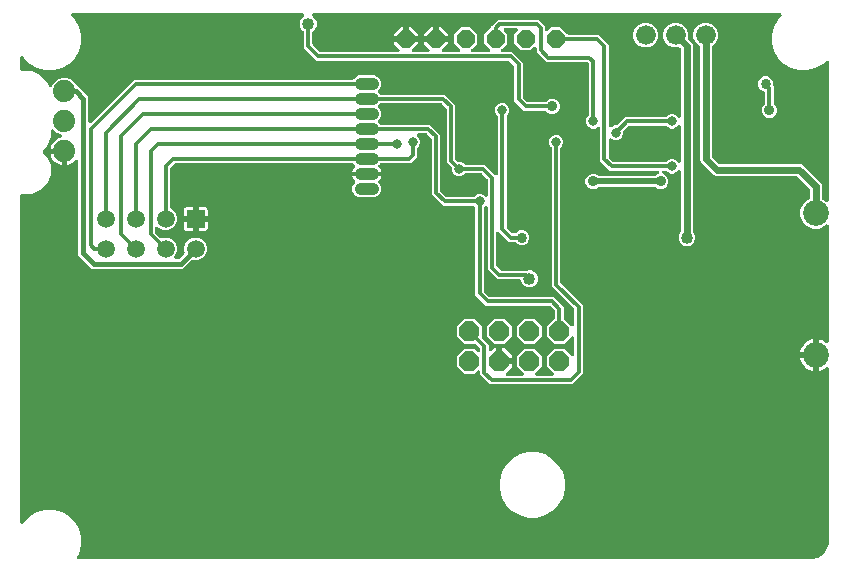
<source format=gbr>
G04 EAGLE Gerber RS-274X export*
G75*
%MOMM*%
%FSLAX34Y34*%
%LPD*%
%INBottom Copper*%
%IPPOS*%
%AMOC8*
5,1,8,0,0,1.08239X$1,22.5*%
G01*
%ADD10R,1.508000X1.508000*%
%ADD11C,1.508000*%
%ADD12C,1.879600*%
%ADD13P,1.649562X8X292.500000*%
%ADD14C,1.016000*%
%ADD15C,1.676400*%
%ADD16P,1.814519X8X202.500000*%
%ADD17C,2.184400*%
%ADD18C,0.906400*%
%ADD19C,0.806400*%
%ADD20C,0.756400*%
%ADD21C,0.508000*%
%ADD22C,0.304800*%
%ADD23C,0.406400*%
%ADD24C,0.856400*%
%ADD25C,1.016000*%
%ADD26C,0.609600*%

G36*
X677115Y10161D02*
X677115Y10161D01*
X677117Y10161D01*
X677160Y10166D01*
X679450Y10166D01*
X679486Y10170D01*
X679550Y10169D01*
X681339Y10286D01*
X681366Y10291D01*
X681393Y10291D01*
X681634Y10335D01*
X685091Y11261D01*
X685163Y11290D01*
X685238Y11309D01*
X685371Y11372D01*
X685415Y11389D01*
X685431Y11401D01*
X685459Y11414D01*
X688558Y13203D01*
X688620Y13249D01*
X688688Y13287D01*
X688800Y13382D01*
X688838Y13411D01*
X688851Y13426D01*
X688874Y13445D01*
X691405Y15976D01*
X691453Y16036D01*
X691508Y16090D01*
X691592Y16212D01*
X691621Y16249D01*
X691630Y16267D01*
X691647Y16292D01*
X693436Y19391D01*
X693467Y19462D01*
X693507Y19528D01*
X693556Y19668D01*
X693575Y19711D01*
X693579Y19730D01*
X693589Y19759D01*
X694515Y23216D01*
X694519Y23243D01*
X694528Y23269D01*
X694564Y23511D01*
X694681Y25300D01*
X694679Y25337D01*
X694684Y25400D01*
X694684Y27675D01*
X694689Y27737D01*
X694689Y171547D01*
X694671Y171701D01*
X694658Y171856D01*
X694652Y171874D01*
X694649Y171893D01*
X694597Y172040D01*
X694548Y172186D01*
X694538Y172203D01*
X694532Y172221D01*
X694447Y172352D01*
X694367Y172484D01*
X694353Y172498D01*
X694343Y172514D01*
X694231Y172622D01*
X694123Y172732D01*
X694106Y172743D01*
X694092Y172756D01*
X693959Y172836D01*
X693828Y172919D01*
X693810Y172925D01*
X693793Y172935D01*
X693646Y172982D01*
X693499Y173033D01*
X693480Y173035D01*
X693461Y173041D01*
X693307Y173054D01*
X693152Y173070D01*
X693133Y173068D01*
X693114Y173069D01*
X692961Y173046D01*
X692806Y173027D01*
X692788Y173020D01*
X692769Y173018D01*
X692625Y172960D01*
X692479Y172907D01*
X692460Y172895D01*
X692445Y172889D01*
X692410Y172864D01*
X692271Y172779D01*
X690731Y171661D01*
X688843Y170699D01*
X686828Y170044D01*
X686341Y169967D01*
X686341Y182032D01*
X686338Y182058D01*
X686340Y182084D01*
X686318Y182231D01*
X686301Y182378D01*
X686293Y182403D01*
X686289Y182429D01*
X686234Y182566D01*
X686184Y182706D01*
X686170Y182728D01*
X686160Y182753D01*
X686075Y182874D01*
X685995Y182999D01*
X685976Y183017D01*
X685961Y183039D01*
X685851Y183138D01*
X685818Y183170D01*
X685825Y183175D01*
X685924Y183285D01*
X686027Y183392D01*
X686041Y183415D01*
X686058Y183434D01*
X686130Y183564D01*
X686206Y183691D01*
X686214Y183716D01*
X686227Y183739D01*
X686267Y183882D01*
X686312Y184023D01*
X686314Y184049D01*
X686322Y184074D01*
X686341Y184318D01*
X686341Y196383D01*
X686828Y196306D01*
X688843Y195651D01*
X690731Y194689D01*
X692271Y193571D01*
X692406Y193494D01*
X692539Y193415D01*
X692557Y193409D01*
X692574Y193399D01*
X692724Y193356D01*
X692871Y193309D01*
X692890Y193307D01*
X692909Y193302D01*
X693064Y193293D01*
X693218Y193281D01*
X693237Y193284D01*
X693257Y193283D01*
X693409Y193309D01*
X693563Y193332D01*
X693581Y193340D01*
X693600Y193343D01*
X693743Y193404D01*
X693887Y193461D01*
X693903Y193472D01*
X693920Y193480D01*
X694046Y193572D01*
X694173Y193660D01*
X694186Y193674D01*
X694201Y193686D01*
X694303Y193804D01*
X694406Y193919D01*
X694416Y193936D01*
X694428Y193950D01*
X694500Y194088D01*
X694575Y194224D01*
X694580Y194243D01*
X694589Y194260D01*
X694627Y194410D01*
X694670Y194559D01*
X694672Y194582D01*
X694675Y194597D01*
X694676Y194641D01*
X694689Y194803D01*
X694689Y292191D01*
X694678Y292291D01*
X694676Y292391D01*
X694658Y292463D01*
X694649Y292537D01*
X694616Y292632D01*
X694591Y292729D01*
X694557Y292795D01*
X694532Y292865D01*
X694477Y292950D01*
X694431Y293039D01*
X694383Y293096D01*
X694343Y293158D01*
X694271Y293228D01*
X694206Y293304D01*
X694146Y293349D01*
X694092Y293400D01*
X694006Y293452D01*
X693925Y293512D01*
X693857Y293541D01*
X693793Y293579D01*
X693697Y293610D01*
X693605Y293650D01*
X693532Y293663D01*
X693461Y293685D01*
X693361Y293693D01*
X693262Y293711D01*
X693188Y293707D01*
X693114Y293713D01*
X693014Y293698D01*
X692914Y293693D01*
X692843Y293673D01*
X692769Y293662D01*
X692676Y293625D01*
X692579Y293597D01*
X692514Y293560D01*
X692445Y293533D01*
X692363Y293476D01*
X692275Y293427D01*
X692199Y293361D01*
X692159Y293334D01*
X692135Y293308D01*
X692089Y293268D01*
X691013Y292192D01*
X686252Y290220D01*
X681098Y290220D01*
X676337Y292193D01*
X672693Y295837D01*
X670720Y300598D01*
X670720Y305752D01*
X672693Y310513D01*
X676337Y314157D01*
X677654Y314703D01*
X677721Y314740D01*
X677792Y314768D01*
X677873Y314825D01*
X677959Y314872D01*
X678015Y314924D01*
X678078Y314967D01*
X678144Y315040D01*
X678217Y315107D01*
X678260Y315169D01*
X678311Y315226D01*
X678359Y315312D01*
X678415Y315393D01*
X678443Y315464D01*
X678480Y315531D01*
X678507Y315626D01*
X678543Y315717D01*
X678554Y315793D01*
X678575Y315867D01*
X678587Y316016D01*
X678594Y316062D01*
X678592Y316081D01*
X678594Y316110D01*
X678594Y323240D01*
X678580Y323365D01*
X678573Y323491D01*
X678560Y323538D01*
X678554Y323586D01*
X678512Y323705D01*
X678477Y323826D01*
X678453Y323868D01*
X678437Y323914D01*
X678368Y324020D01*
X678307Y324130D01*
X678267Y324177D01*
X678248Y324207D01*
X678213Y324240D01*
X678148Y324317D01*
X668267Y334198D01*
X668168Y334277D01*
X668074Y334361D01*
X668031Y334385D01*
X667994Y334415D01*
X667879Y334469D01*
X667769Y334530D01*
X667722Y334543D01*
X667679Y334564D01*
X667555Y334590D01*
X667433Y334625D01*
X667373Y334630D01*
X667338Y334637D01*
X667290Y334636D01*
X667190Y334644D01*
X599064Y334644D01*
X597197Y335418D01*
X586243Y346372D01*
X585469Y348239D01*
X585469Y443839D01*
X585461Y443915D01*
X585462Y443991D01*
X585441Y444087D01*
X585429Y444185D01*
X585404Y444257D01*
X585387Y444332D01*
X585345Y444421D01*
X585312Y444513D01*
X585270Y444578D01*
X585237Y444647D01*
X585176Y444723D01*
X585123Y444806D01*
X585068Y444859D01*
X585020Y444919D01*
X584943Y444980D01*
X584872Y445048D01*
X584807Y445087D01*
X584746Y445135D01*
X584675Y445172D01*
X581932Y447914D01*
X581893Y447945D01*
X581859Y447983D01*
X581756Y448054D01*
X581659Y448131D01*
X581614Y448152D01*
X581572Y448181D01*
X581457Y448227D01*
X581344Y448280D01*
X581319Y448285D01*
X581332Y448324D01*
X581346Y448448D01*
X581368Y448570D01*
X581366Y448620D01*
X581371Y448670D01*
X581357Y448794D01*
X581350Y448918D01*
X581336Y448967D01*
X581330Y449017D01*
X581255Y449249D01*
X580135Y451953D01*
X580135Y456097D01*
X581721Y459925D01*
X584650Y462854D01*
X588478Y464440D01*
X592622Y464440D01*
X596450Y462854D01*
X599379Y459925D01*
X600965Y456097D01*
X600965Y451953D01*
X599379Y448125D01*
X596435Y445182D01*
X596433Y445181D01*
X596353Y445125D01*
X596267Y445077D01*
X596210Y445025D01*
X596147Y444982D01*
X596081Y444909D01*
X596008Y444843D01*
X595965Y444780D01*
X595914Y444723D01*
X595866Y444637D01*
X595810Y444556D01*
X595782Y444485D01*
X595745Y444418D01*
X595718Y444324D01*
X595682Y444232D01*
X595671Y444156D01*
X595650Y444083D01*
X595638Y443934D01*
X595632Y443887D01*
X595633Y443868D01*
X595631Y443839D01*
X595631Y351985D01*
X595645Y351860D01*
X595652Y351734D01*
X595665Y351687D01*
X595671Y351639D01*
X595713Y351520D01*
X595748Y351399D01*
X595772Y351357D01*
X595788Y351311D01*
X595857Y351205D01*
X595918Y351095D01*
X595958Y351048D01*
X595977Y351018D01*
X596012Y350985D01*
X596077Y350908D01*
X601733Y345252D01*
X601832Y345173D01*
X601926Y345089D01*
X601969Y345065D01*
X602006Y345035D01*
X602121Y344981D01*
X602231Y344920D01*
X602278Y344907D01*
X602321Y344886D01*
X602445Y344860D01*
X602567Y344825D01*
X602627Y344820D01*
X602662Y344813D01*
X602710Y344814D01*
X602810Y344806D01*
X670936Y344806D01*
X672803Y344032D01*
X687982Y328853D01*
X688756Y326986D01*
X688756Y316110D01*
X688764Y316035D01*
X688763Y315958D01*
X688784Y315862D01*
X688796Y315764D01*
X688821Y315692D01*
X688838Y315618D01*
X688880Y315529D01*
X688913Y315436D01*
X688955Y315372D01*
X688987Y315303D01*
X689049Y315226D01*
X689102Y315143D01*
X689157Y315090D01*
X689205Y315030D01*
X689282Y314970D01*
X689353Y314901D01*
X689418Y314862D01*
X689478Y314815D01*
X689612Y314746D01*
X689652Y314722D01*
X689670Y314716D01*
X689696Y314703D01*
X691013Y314158D01*
X692089Y313082D01*
X692168Y313019D01*
X692240Y312950D01*
X692304Y312911D01*
X692362Y312865D01*
X692453Y312822D01*
X692539Y312771D01*
X692610Y312748D01*
X692677Y312716D01*
X692775Y312695D01*
X692871Y312665D01*
X692945Y312659D01*
X693018Y312643D01*
X693118Y312645D01*
X693218Y312637D01*
X693292Y312648D01*
X693366Y312649D01*
X693463Y312673D01*
X693563Y312688D01*
X693632Y312716D01*
X693704Y312734D01*
X693793Y312780D01*
X693887Y312817D01*
X693948Y312859D01*
X694014Y312894D01*
X694090Y312959D01*
X694173Y313016D01*
X694223Y313071D01*
X694279Y313119D01*
X694339Y313200D01*
X694406Y313275D01*
X694442Y313340D01*
X694487Y313400D01*
X694526Y313492D01*
X694575Y313580D01*
X694595Y313651D01*
X694625Y313720D01*
X694642Y313818D01*
X694670Y313915D01*
X694678Y314015D01*
X694686Y314063D01*
X694684Y314098D01*
X694689Y314159D01*
X694689Y431044D01*
X694678Y431144D01*
X694676Y431244D01*
X694658Y431316D01*
X694649Y431390D01*
X694616Y431484D01*
X694591Y431582D01*
X694557Y431648D01*
X694532Y431718D01*
X694477Y431802D01*
X694431Y431892D01*
X694383Y431948D01*
X694343Y432011D01*
X694271Y432081D01*
X694206Y432157D01*
X694146Y432201D01*
X694092Y432253D01*
X694006Y432305D01*
X693925Y432364D01*
X693857Y432394D01*
X693793Y432432D01*
X693697Y432463D01*
X693605Y432502D01*
X693532Y432515D01*
X693461Y432538D01*
X693361Y432546D01*
X693262Y432564D01*
X693188Y432560D01*
X693114Y432566D01*
X693014Y432551D01*
X692914Y432546D01*
X692843Y432525D01*
X692769Y432514D01*
X692676Y432477D01*
X692579Y432449D01*
X692514Y432413D01*
X692445Y432386D01*
X692363Y432328D01*
X692275Y432279D01*
X692199Y432214D01*
X692159Y432187D01*
X692135Y432160D01*
X692089Y432121D01*
X689476Y429508D01*
X683394Y425997D01*
X676611Y424179D01*
X669589Y424179D01*
X662806Y425997D01*
X656724Y429508D01*
X651758Y434474D01*
X648247Y440556D01*
X646429Y447339D01*
X646429Y454361D01*
X648247Y461144D01*
X651758Y467226D01*
X654371Y469839D01*
X654433Y469917D01*
X654503Y469990D01*
X654541Y470054D01*
X654587Y470112D01*
X654630Y470203D01*
X654682Y470289D01*
X654705Y470360D01*
X654736Y470427D01*
X654757Y470525D01*
X654788Y470621D01*
X654794Y470695D01*
X654810Y470768D01*
X654808Y470868D01*
X654816Y470968D01*
X654805Y471042D01*
X654804Y471116D01*
X654779Y471213D01*
X654764Y471313D01*
X654737Y471382D01*
X654719Y471454D01*
X654673Y471543D01*
X654636Y471637D01*
X654593Y471698D01*
X654559Y471764D01*
X654494Y471840D01*
X654437Y471923D01*
X654382Y471973D01*
X654333Y472029D01*
X654252Y472089D01*
X654178Y472156D01*
X654113Y472192D01*
X654053Y472237D01*
X653961Y472276D01*
X653873Y472325D01*
X653801Y472345D01*
X653733Y472375D01*
X653634Y472392D01*
X653538Y472420D01*
X653437Y472428D01*
X653390Y472436D01*
X653354Y472434D01*
X653294Y472439D01*
X258784Y472439D01*
X258734Y472433D01*
X258683Y472436D01*
X258561Y472414D01*
X258438Y472399D01*
X258390Y472382D01*
X258340Y472373D01*
X258226Y472324D01*
X258109Y472282D01*
X258067Y472254D01*
X258021Y472234D01*
X257921Y472160D01*
X257817Y472093D01*
X257782Y472057D01*
X257741Y472026D01*
X257661Y471932D01*
X257574Y471842D01*
X257549Y471799D01*
X257516Y471760D01*
X257459Y471650D01*
X257396Y471543D01*
X257380Y471495D01*
X257357Y471450D01*
X257327Y471330D01*
X257289Y471211D01*
X257285Y471161D01*
X257273Y471112D01*
X257271Y470988D01*
X257261Y470864D01*
X257269Y470814D01*
X257268Y470763D01*
X257295Y470642D01*
X257313Y470519D01*
X257332Y470472D01*
X257342Y470423D01*
X257396Y470311D01*
X257442Y470195D01*
X257471Y470154D01*
X257492Y470108D01*
X257570Y470011D01*
X257641Y469909D01*
X257678Y469875D01*
X257710Y469836D01*
X257807Y469759D01*
X257900Y469676D01*
X257944Y469651D01*
X257983Y469620D01*
X257995Y469614D01*
X260030Y467579D01*
X261113Y464965D01*
X261113Y462135D01*
X260030Y459521D01*
X258003Y457494D01*
X257932Y457404D01*
X257927Y457399D01*
X257924Y457395D01*
X257840Y457301D01*
X257816Y457259D01*
X257786Y457221D01*
X257732Y457107D01*
X257671Y456996D01*
X257658Y456950D01*
X257637Y456906D01*
X257611Y456782D01*
X257576Y456661D01*
X257571Y456600D01*
X257564Y456565D01*
X257565Y456517D01*
X257557Y456417D01*
X257557Y446604D01*
X257571Y446479D01*
X257578Y446352D01*
X257591Y446306D01*
X257597Y446258D01*
X257639Y446139D01*
X257674Y446018D01*
X257698Y445975D01*
X257714Y445930D01*
X257783Y445824D01*
X257844Y445713D01*
X257884Y445667D01*
X257903Y445637D01*
X257938Y445604D01*
X258003Y445527D01*
X263536Y439994D01*
X263635Y439915D01*
X263729Y439831D01*
X263771Y439807D01*
X263809Y439777D01*
X263923Y439723D01*
X264034Y439662D01*
X264081Y439649D01*
X264124Y439628D01*
X264248Y439602D01*
X264369Y439567D01*
X264430Y439562D01*
X264465Y439555D01*
X264513Y439556D01*
X264613Y439548D01*
X329805Y439548D01*
X329905Y439559D01*
X330006Y439561D01*
X330078Y439579D01*
X330152Y439588D01*
X330246Y439621D01*
X330344Y439646D01*
X330410Y439680D01*
X330480Y439705D01*
X330564Y439760D01*
X330653Y439806D01*
X330710Y439854D01*
X330773Y439894D01*
X330842Y439966D01*
X330919Y440031D01*
X330963Y440091D01*
X331015Y440145D01*
X331066Y440231D01*
X331126Y440312D01*
X331155Y440380D01*
X331194Y440444D01*
X331224Y440540D01*
X331264Y440632D01*
X331277Y440705D01*
X331300Y440776D01*
X331308Y440876D01*
X331326Y440975D01*
X331322Y441049D01*
X331328Y441123D01*
X331313Y441223D01*
X331308Y441323D01*
X331287Y441394D01*
X331276Y441468D01*
X331239Y441561D01*
X331211Y441658D01*
X331175Y441723D01*
X331147Y441792D01*
X331090Y441874D01*
X331041Y441962D01*
X330976Y442038D01*
X330948Y442078D01*
X330922Y442102D01*
X330882Y442148D01*
X326389Y446641D01*
X326389Y448311D01*
X335534Y448311D01*
X335560Y448314D01*
X335586Y448312D01*
X335733Y448334D01*
X335880Y448351D01*
X335905Y448359D01*
X335931Y448363D01*
X336068Y448418D01*
X336208Y448468D01*
X336230Y448482D01*
X336255Y448492D01*
X336376Y448577D01*
X336501Y448657D01*
X336519Y448676D01*
X336541Y448691D01*
X336555Y448707D01*
X336640Y448625D01*
X336663Y448611D01*
X336682Y448594D01*
X336812Y448522D01*
X336939Y448446D01*
X336964Y448438D01*
X336987Y448425D01*
X337130Y448385D01*
X337271Y448340D01*
X337297Y448337D01*
X337322Y448330D01*
X337566Y448311D01*
X346711Y448311D01*
X346711Y446641D01*
X342218Y442148D01*
X342155Y442070D01*
X342085Y441997D01*
X342047Y441933D01*
X342001Y441875D01*
X341958Y441784D01*
X341906Y441698D01*
X341884Y441627D01*
X341852Y441560D01*
X341831Y441462D01*
X341800Y441366D01*
X341794Y441292D01*
X341779Y441219D01*
X341780Y441119D01*
X341772Y441019D01*
X341783Y440945D01*
X341785Y440871D01*
X341809Y440774D01*
X341824Y440674D01*
X341851Y440605D01*
X341870Y440533D01*
X341916Y440443D01*
X341953Y440350D01*
X341995Y440289D01*
X342029Y440223D01*
X342094Y440146D01*
X342152Y440064D01*
X342207Y440014D01*
X342255Y439958D01*
X342336Y439898D01*
X342410Y439831D01*
X342475Y439795D01*
X342535Y439750D01*
X342628Y439711D01*
X342715Y439662D01*
X342787Y439642D01*
X342855Y439612D01*
X342954Y439595D01*
X343051Y439567D01*
X343151Y439559D01*
X343198Y439551D01*
X343234Y439553D01*
X343295Y439548D01*
X355205Y439548D01*
X355305Y439559D01*
X355406Y439561D01*
X355478Y439579D01*
X355552Y439588D01*
X355646Y439621D01*
X355744Y439646D01*
X355810Y439680D01*
X355880Y439705D01*
X355964Y439760D01*
X356053Y439806D01*
X356110Y439854D01*
X356173Y439894D01*
X356242Y439966D01*
X356319Y440031D01*
X356363Y440091D01*
X356415Y440145D01*
X356466Y440231D01*
X356526Y440312D01*
X356555Y440380D01*
X356594Y440444D01*
X356624Y440540D01*
X356664Y440632D01*
X356677Y440705D01*
X356700Y440776D01*
X356708Y440876D01*
X356726Y440975D01*
X356722Y441049D01*
X356728Y441123D01*
X356713Y441223D01*
X356708Y441323D01*
X356687Y441394D01*
X356676Y441468D01*
X356639Y441561D01*
X356611Y441658D01*
X356575Y441723D01*
X356547Y441792D01*
X356490Y441874D01*
X356441Y441962D01*
X356376Y442038D01*
X356348Y442078D01*
X356322Y442102D01*
X356282Y442148D01*
X351789Y446641D01*
X351789Y448311D01*
X360934Y448311D01*
X360960Y448314D01*
X360986Y448312D01*
X361133Y448334D01*
X361280Y448351D01*
X361305Y448359D01*
X361331Y448363D01*
X361468Y448418D01*
X361608Y448468D01*
X361630Y448482D01*
X361655Y448492D01*
X361776Y448577D01*
X361901Y448657D01*
X361919Y448676D01*
X361941Y448691D01*
X361955Y448707D01*
X362040Y448625D01*
X362063Y448611D01*
X362082Y448594D01*
X362212Y448522D01*
X362339Y448446D01*
X362364Y448438D01*
X362387Y448425D01*
X362530Y448385D01*
X362671Y448340D01*
X362697Y448337D01*
X362722Y448330D01*
X362966Y448311D01*
X372111Y448311D01*
X372111Y446641D01*
X367618Y442148D01*
X367555Y442070D01*
X367485Y441997D01*
X367447Y441933D01*
X367401Y441875D01*
X367358Y441784D01*
X367306Y441698D01*
X367284Y441627D01*
X367252Y441560D01*
X367231Y441462D01*
X367200Y441366D01*
X367194Y441292D01*
X367179Y441219D01*
X367180Y441119D01*
X367172Y441019D01*
X367183Y440945D01*
X367185Y440871D01*
X367209Y440774D01*
X367224Y440674D01*
X367251Y440605D01*
X367270Y440533D01*
X367316Y440443D01*
X367353Y440350D01*
X367395Y440289D01*
X367429Y440223D01*
X367494Y440146D01*
X367552Y440064D01*
X367607Y440014D01*
X367655Y439958D01*
X367736Y439898D01*
X367810Y439831D01*
X367875Y439795D01*
X367935Y439750D01*
X368028Y439711D01*
X368115Y439662D01*
X368187Y439642D01*
X368255Y439612D01*
X368354Y439595D01*
X368451Y439567D01*
X368551Y439559D01*
X368598Y439551D01*
X368634Y439553D01*
X368695Y439548D01*
X381324Y439548D01*
X381424Y439559D01*
X381524Y439561D01*
X381596Y439579D01*
X381670Y439588D01*
X381765Y439621D01*
X381862Y439646D01*
X381928Y439680D01*
X381998Y439705D01*
X382083Y439760D01*
X382172Y439806D01*
X382228Y439854D01*
X382291Y439894D01*
X382361Y439966D01*
X382437Y440031D01*
X382481Y440091D01*
X382533Y440145D01*
X382585Y440231D01*
X382644Y440312D01*
X382674Y440380D01*
X382712Y440444D01*
X382743Y440540D01*
X382782Y440632D01*
X382796Y440705D01*
X382818Y440776D01*
X382826Y440876D01*
X382844Y440975D01*
X382840Y441049D01*
X382846Y441123D01*
X382831Y441223D01*
X382826Y441323D01*
X382806Y441394D01*
X382794Y441468D01*
X382757Y441561D01*
X382730Y441658D01*
X382693Y441723D01*
X382666Y441792D01*
X382609Y441874D01*
X382559Y441962D01*
X382494Y442038D01*
X382467Y442078D01*
X382440Y442102D01*
X382401Y442148D01*
X377697Y446852D01*
X377697Y454848D01*
X383352Y460503D01*
X391348Y460503D01*
X397003Y454848D01*
X397003Y446852D01*
X392299Y442148D01*
X392237Y442070D01*
X392167Y441997D01*
X392129Y441933D01*
X392082Y441875D01*
X392040Y441784D01*
X391988Y441698D01*
X391965Y441627D01*
X391934Y441560D01*
X391912Y441462D01*
X391882Y441366D01*
X391876Y441292D01*
X391860Y441219D01*
X391862Y441119D01*
X391854Y441019D01*
X391865Y440945D01*
X391866Y440871D01*
X391891Y440774D01*
X391906Y440674D01*
X391933Y440605D01*
X391951Y440533D01*
X391997Y440443D01*
X392034Y440350D01*
X392077Y440289D01*
X392111Y440223D01*
X392176Y440146D01*
X392233Y440064D01*
X392288Y440014D01*
X392337Y439958D01*
X392417Y439898D01*
X392492Y439831D01*
X392557Y439795D01*
X392617Y439750D01*
X392709Y439711D01*
X392797Y439662D01*
X392869Y439642D01*
X392937Y439612D01*
X393036Y439595D01*
X393132Y439567D01*
X393232Y439559D01*
X393280Y439551D01*
X393316Y439553D01*
X393376Y439548D01*
X406724Y439548D01*
X406824Y439559D01*
X406924Y439561D01*
X406996Y439579D01*
X407070Y439588D01*
X407165Y439621D01*
X407262Y439646D01*
X407328Y439680D01*
X407398Y439705D01*
X407483Y439760D01*
X407572Y439806D01*
X407628Y439854D01*
X407691Y439894D01*
X407761Y439966D01*
X407837Y440031D01*
X407881Y440091D01*
X407933Y440145D01*
X407985Y440231D01*
X408044Y440312D01*
X408074Y440380D01*
X408112Y440444D01*
X408143Y440540D01*
X408182Y440632D01*
X408196Y440705D01*
X408218Y440776D01*
X408226Y440876D01*
X408244Y440975D01*
X408240Y441049D01*
X408246Y441123D01*
X408231Y441223D01*
X408226Y441323D01*
X408206Y441394D01*
X408194Y441468D01*
X408157Y441561D01*
X408130Y441658D01*
X408093Y441723D01*
X408066Y441792D01*
X408009Y441874D01*
X407959Y441962D01*
X407894Y442038D01*
X407867Y442078D01*
X407840Y442102D01*
X407801Y442148D01*
X403097Y446852D01*
X403097Y454848D01*
X408747Y460498D01*
X408826Y460597D01*
X408910Y460691D01*
X408934Y460733D01*
X408964Y460771D01*
X409018Y460885D01*
X409079Y460996D01*
X409092Y461043D01*
X409113Y461086D01*
X409139Y461210D01*
X409174Y461331D01*
X409179Y461392D01*
X409186Y461427D01*
X409185Y461475D01*
X409193Y461575D01*
X409193Y461848D01*
X414452Y467107D01*
X449148Y467107D01*
X451678Y464577D01*
X454407Y461848D01*
X454407Y459035D01*
X454418Y458935D01*
X454420Y458835D01*
X454438Y458763D01*
X454447Y458689D01*
X454480Y458595D01*
X454505Y458497D01*
X454539Y458431D01*
X454564Y458361D01*
X454619Y458276D01*
X454665Y458187D01*
X454713Y458131D01*
X454753Y458068D01*
X454825Y457998D01*
X454890Y457922D01*
X454950Y457878D01*
X455004Y457826D01*
X455090Y457774D01*
X455171Y457715D01*
X455239Y457685D01*
X455303Y457647D01*
X455399Y457616D01*
X455491Y457577D01*
X455564Y457563D01*
X455635Y457541D01*
X455735Y457533D01*
X455834Y457515D01*
X455908Y457519D01*
X455982Y457513D01*
X456082Y457528D01*
X456182Y457533D01*
X456253Y457553D01*
X456327Y457565D01*
X456420Y457602D01*
X456517Y457629D01*
X456582Y457666D01*
X456651Y457693D01*
X456733Y457750D01*
X456821Y457800D01*
X456897Y457865D01*
X456937Y457892D01*
X456961Y457919D01*
X457007Y457958D01*
X459552Y460503D01*
X467548Y460503D01*
X473198Y454853D01*
X473297Y454774D01*
X473391Y454690D01*
X473433Y454666D01*
X473471Y454636D01*
X473585Y454582D01*
X473696Y454521D01*
X473743Y454508D01*
X473786Y454487D01*
X473910Y454461D01*
X474031Y454426D01*
X474092Y454421D01*
X474127Y454414D01*
X474175Y454415D01*
X474275Y454407D01*
X499948Y454407D01*
X508382Y445973D01*
X508382Y377761D01*
X508393Y377661D01*
X508395Y377561D01*
X508413Y377489D01*
X508422Y377415D01*
X508455Y377320D01*
X508480Y377223D01*
X508514Y377157D01*
X508539Y377087D01*
X508594Y377002D01*
X508640Y376913D01*
X508688Y376856D01*
X508728Y376794D01*
X508800Y376724D01*
X508866Y376648D01*
X508925Y376603D01*
X508979Y376552D01*
X509065Y376500D01*
X509146Y376440D01*
X509214Y376411D01*
X509278Y376373D01*
X509374Y376342D01*
X509466Y376302D01*
X509539Y376289D01*
X509610Y376267D01*
X509710Y376259D01*
X509809Y376241D01*
X509883Y376245D01*
X509957Y376239D01*
X510056Y376254D01*
X510157Y376259D01*
X510228Y376279D01*
X510302Y376290D01*
X510395Y376327D01*
X510492Y376355D01*
X510557Y376392D01*
X510626Y376419D01*
X510708Y376476D01*
X510796Y376526D01*
X510872Y376591D01*
X510902Y376611D01*
X513144Y377540D01*
X514754Y377540D01*
X514879Y377554D01*
X515006Y377561D01*
X515052Y377574D01*
X515100Y377580D01*
X515219Y377622D01*
X515340Y377657D01*
X515383Y377681D01*
X515428Y377697D01*
X515534Y377766D01*
X515645Y377827D01*
X515691Y377867D01*
X515721Y377886D01*
X515754Y377921D01*
X515831Y377986D01*
X522402Y384557D01*
X556324Y384557D01*
X556450Y384571D01*
X556576Y384578D01*
X556622Y384591D01*
X556670Y384597D01*
X556789Y384639D01*
X556911Y384674D01*
X556953Y384698D01*
X556998Y384714D01*
X557104Y384783D01*
X557215Y384844D01*
X557261Y384884D01*
X557291Y384903D01*
X557325Y384938D01*
X557401Y385003D01*
X558540Y386141D01*
X560769Y387065D01*
X563181Y387065D01*
X565410Y386141D01*
X566994Y384558D01*
X567073Y384495D01*
X567145Y384426D01*
X567209Y384387D01*
X567267Y384341D01*
X567358Y384298D01*
X567444Y384247D01*
X567515Y384224D01*
X567582Y384192D01*
X567680Y384171D01*
X567776Y384141D01*
X567850Y384135D01*
X567923Y384119D01*
X568023Y384121D01*
X568123Y384113D01*
X568197Y384124D01*
X568271Y384125D01*
X568368Y384149D01*
X568468Y384164D01*
X568537Y384192D01*
X568609Y384210D01*
X568698Y384256D01*
X568792Y384293D01*
X568853Y384336D01*
X568919Y384370D01*
X568995Y384435D01*
X569078Y384492D01*
X569128Y384547D01*
X569184Y384595D01*
X569244Y384676D01*
X569311Y384751D01*
X569347Y384816D01*
X569392Y384876D01*
X569431Y384968D01*
X569480Y385056D01*
X569500Y385127D01*
X569530Y385196D01*
X569547Y385295D01*
X569575Y385391D01*
X569583Y385491D01*
X569591Y385539D01*
X569589Y385574D01*
X569594Y385635D01*
X569594Y441765D01*
X569580Y441890D01*
X569573Y442016D01*
X569560Y442063D01*
X569554Y442111D01*
X569512Y442230D01*
X569477Y442351D01*
X569453Y442393D01*
X569437Y442439D01*
X569368Y442545D01*
X569307Y442655D01*
X569267Y442702D01*
X569248Y442732D01*
X569213Y442765D01*
X569148Y442842D01*
X568760Y443230D01*
X568700Y443277D01*
X568647Y443332D01*
X568564Y443385D01*
X568487Y443446D01*
X568418Y443479D01*
X568354Y443520D01*
X568261Y443553D01*
X568172Y443595D01*
X568097Y443611D01*
X568025Y443637D01*
X567927Y443648D01*
X567831Y443669D01*
X567755Y443667D01*
X567679Y443676D01*
X567581Y443664D01*
X567483Y443663D01*
X567409Y443644D01*
X567333Y443635D01*
X567256Y443610D01*
X563078Y443610D01*
X559250Y445196D01*
X556321Y448125D01*
X554735Y451953D01*
X554735Y456097D01*
X556321Y459925D01*
X559250Y462854D01*
X563078Y464440D01*
X567222Y464440D01*
X571050Y462854D01*
X573979Y459925D01*
X575565Y456097D01*
X575565Y451933D01*
X575564Y451931D01*
X575546Y451834D01*
X575519Y451740D01*
X575516Y451664D01*
X575502Y451588D01*
X575507Y451490D01*
X575502Y451392D01*
X575516Y451317D01*
X575520Y451240D01*
X575547Y451146D01*
X575565Y451049D01*
X575595Y450979D01*
X575617Y450905D01*
X575665Y450820D01*
X575704Y450729D01*
X575749Y450668D01*
X575787Y450601D01*
X575884Y450488D01*
X575912Y450450D01*
X575926Y450437D01*
X575945Y450415D01*
X577339Y449021D01*
X578771Y447589D01*
X578810Y447558D01*
X578844Y447521D01*
X578947Y447450D01*
X579044Y447373D01*
X579089Y447351D01*
X579131Y447322D01*
X579247Y447277D01*
X579359Y447224D01*
X579385Y447218D01*
X579371Y447179D01*
X579357Y447056D01*
X579335Y446933D01*
X579337Y446883D01*
X579332Y446833D01*
X579346Y446709D01*
X579353Y446585D01*
X579367Y446537D01*
X579373Y446487D01*
X579448Y446254D01*
X579756Y445511D01*
X579756Y288184D01*
X579770Y288059D01*
X579777Y287932D01*
X579790Y287886D01*
X579796Y287838D01*
X579838Y287719D01*
X579873Y287597D01*
X579897Y287555D01*
X579913Y287510D01*
X579982Y287404D01*
X580043Y287293D01*
X580083Y287247D01*
X580102Y287217D01*
X580137Y287183D01*
X580202Y287107D01*
X580705Y286604D01*
X581788Y283990D01*
X581788Y281160D01*
X580705Y278546D01*
X578704Y276545D01*
X576090Y275462D01*
X573260Y275462D01*
X570646Y276545D01*
X568645Y278546D01*
X567562Y281160D01*
X567562Y283990D01*
X568645Y286604D01*
X569148Y287107D01*
X569227Y287206D01*
X569311Y287300D01*
X569335Y287342D01*
X569365Y287380D01*
X569419Y287494D01*
X569480Y287605D01*
X569493Y287651D01*
X569514Y287695D01*
X569540Y287818D01*
X569575Y287940D01*
X569580Y288001D01*
X569587Y288036D01*
X569586Y288084D01*
X569594Y288184D01*
X569594Y338265D01*
X569583Y338365D01*
X569581Y338465D01*
X569563Y338537D01*
X569554Y338611D01*
X569521Y338706D01*
X569496Y338803D01*
X569462Y338869D01*
X569437Y338939D01*
X569382Y339024D01*
X569336Y339113D01*
X569288Y339170D01*
X569248Y339232D01*
X569176Y339302D01*
X569111Y339378D01*
X569051Y339423D01*
X568997Y339474D01*
X568911Y339526D01*
X568830Y339586D01*
X568762Y339615D01*
X568698Y339653D01*
X568602Y339684D01*
X568510Y339724D01*
X568437Y339737D01*
X568366Y339759D01*
X568266Y339767D01*
X568167Y339785D01*
X568093Y339781D01*
X568019Y339787D01*
X567919Y339772D01*
X567819Y339767D01*
X567748Y339747D01*
X567674Y339736D01*
X567581Y339699D01*
X567484Y339671D01*
X567419Y339634D01*
X567350Y339607D01*
X567268Y339550D01*
X567180Y339501D01*
X567104Y339435D01*
X567064Y339408D01*
X567040Y339382D01*
X566994Y339342D01*
X565410Y337759D01*
X563181Y336835D01*
X560769Y336835D01*
X558540Y337759D01*
X557401Y338897D01*
X557302Y338976D01*
X557208Y339060D01*
X557166Y339084D01*
X557128Y339114D01*
X557014Y339168D01*
X556903Y339229D01*
X556857Y339242D01*
X556813Y339263D01*
X556690Y339289D01*
X556568Y339324D01*
X556507Y339329D01*
X556472Y339336D01*
X556424Y339335D01*
X556324Y339343D01*
X555189Y339343D01*
X555139Y339338D01*
X555088Y339340D01*
X554966Y339318D01*
X554842Y339303D01*
X554795Y339286D01*
X554745Y339277D01*
X554631Y339228D01*
X554514Y339186D01*
X554472Y339159D01*
X554426Y339139D01*
X554326Y339064D01*
X554221Y338997D01*
X554186Y338961D01*
X554146Y338931D01*
X554066Y338836D01*
X553979Y338746D01*
X553953Y338703D01*
X553921Y338665D01*
X553864Y338554D01*
X553800Y338447D01*
X553785Y338399D01*
X553762Y338354D01*
X553732Y338234D01*
X553694Y338115D01*
X553690Y338065D01*
X553678Y338016D01*
X553676Y337892D01*
X553666Y337768D01*
X553674Y337718D01*
X553673Y337668D01*
X553699Y337546D01*
X553718Y337423D01*
X553737Y337376D01*
X553747Y337327D01*
X553801Y337215D01*
X553847Y337099D01*
X553875Y337058D01*
X553897Y337012D01*
X553975Y336915D01*
X554046Y336813D01*
X554083Y336779D01*
X554114Y336740D01*
X554212Y336663D01*
X554304Y336580D01*
X554348Y336555D01*
X554388Y336524D01*
X554606Y336413D01*
X556169Y335765D01*
X558015Y333919D01*
X559015Y331506D01*
X559015Y328894D01*
X558015Y326481D01*
X556169Y324635D01*
X553756Y323635D01*
X551144Y323635D01*
X548731Y324635D01*
X548185Y325181D01*
X548086Y325260D01*
X547992Y325344D01*
X547950Y325368D01*
X547912Y325398D01*
X547798Y325452D01*
X547687Y325513D01*
X547640Y325526D01*
X547597Y325547D01*
X547473Y325573D01*
X547352Y325608D01*
X547291Y325613D01*
X547256Y325620D01*
X547208Y325619D01*
X547108Y325627D01*
X500642Y325627D01*
X500517Y325613D01*
X500390Y325606D01*
X500344Y325593D01*
X500296Y325587D01*
X500177Y325545D01*
X500056Y325510D01*
X500013Y325486D01*
X499968Y325470D01*
X499862Y325401D01*
X499751Y325340D01*
X499705Y325300D01*
X499675Y325281D01*
X499642Y325246D01*
X499565Y325181D01*
X499019Y324635D01*
X496606Y323635D01*
X493994Y323635D01*
X491581Y324635D01*
X489735Y326481D01*
X488735Y328894D01*
X488735Y331506D01*
X489735Y333919D01*
X491581Y335765D01*
X493994Y336765D01*
X496606Y336765D01*
X499019Y335765D01*
X499565Y335219D01*
X499664Y335140D01*
X499758Y335056D01*
X499800Y335032D01*
X499838Y335002D01*
X499952Y334948D01*
X500063Y334887D01*
X500110Y334874D01*
X500153Y334853D01*
X500277Y334827D01*
X500398Y334792D01*
X500459Y334787D01*
X500494Y334780D01*
X500542Y334781D01*
X500642Y334773D01*
X547108Y334773D01*
X547233Y334787D01*
X547360Y334794D01*
X547406Y334807D01*
X547454Y334813D01*
X547573Y334855D01*
X547694Y334890D01*
X547737Y334914D01*
X547782Y334930D01*
X547888Y334999D01*
X547999Y335060D01*
X548045Y335100D01*
X548075Y335119D01*
X548108Y335154D01*
X548185Y335219D01*
X548731Y335765D01*
X550294Y336413D01*
X550338Y336437D01*
X550386Y336454D01*
X550490Y336522D01*
X550599Y336582D01*
X550636Y336616D01*
X550679Y336643D01*
X550765Y336733D01*
X550857Y336816D01*
X550886Y336858D01*
X550921Y336894D01*
X550985Y337001D01*
X551055Y337103D01*
X551074Y337150D01*
X551100Y337193D01*
X551137Y337311D01*
X551183Y337427D01*
X551190Y337477D01*
X551206Y337525D01*
X551216Y337649D01*
X551234Y337772D01*
X551230Y337822D01*
X551234Y337872D01*
X551215Y337995D01*
X551205Y338119D01*
X551190Y338167D01*
X551182Y338217D01*
X551136Y338332D01*
X551098Y338451D01*
X551072Y338494D01*
X551053Y338541D01*
X550983Y338643D01*
X550918Y338749D01*
X550883Y338786D01*
X550854Y338827D01*
X550762Y338910D01*
X550675Y338999D01*
X550633Y339027D01*
X550596Y339060D01*
X550487Y339120D01*
X550382Y339188D01*
X550335Y339205D01*
X550291Y339229D01*
X550171Y339263D01*
X550054Y339304D01*
X550004Y339310D01*
X549955Y339324D01*
X549711Y339343D01*
X509702Y339343D01*
X501268Y347777D01*
X501268Y374714D01*
X501257Y374814D01*
X501255Y374914D01*
X501237Y374986D01*
X501228Y375060D01*
X501195Y375155D01*
X501170Y375252D01*
X501136Y375318D01*
X501111Y375388D01*
X501056Y375473D01*
X501010Y375562D01*
X500962Y375619D01*
X500922Y375681D01*
X500850Y375751D01*
X500784Y375827D01*
X500725Y375872D01*
X500671Y375923D01*
X500585Y375975D01*
X500504Y376035D01*
X500436Y376064D01*
X500372Y376102D01*
X500276Y376133D01*
X500184Y376173D01*
X500111Y376186D01*
X500040Y376208D01*
X499940Y376216D01*
X499841Y376234D01*
X499767Y376230D01*
X499693Y376236D01*
X499594Y376221D01*
X499493Y376216D01*
X499422Y376196D01*
X499348Y376185D01*
X499255Y376148D01*
X499158Y376120D01*
X499093Y376083D01*
X499024Y376056D01*
X498942Y375999D01*
X498854Y375949D01*
X498778Y375884D01*
X498748Y375864D01*
X496506Y374935D01*
X494094Y374935D01*
X491865Y375859D01*
X490159Y377565D01*
X489235Y379794D01*
X489235Y382206D01*
X490159Y384435D01*
X491297Y385574D01*
X491376Y385673D01*
X491460Y385767D01*
X491484Y385809D01*
X491514Y385847D01*
X491568Y385961D01*
X491629Y386072D01*
X491642Y386118D01*
X491663Y386162D01*
X491689Y386285D01*
X491724Y386407D01*
X491729Y386468D01*
X491736Y386503D01*
X491735Y386551D01*
X491743Y386651D01*
X491743Y429696D01*
X491729Y429821D01*
X491722Y429948D01*
X491709Y429994D01*
X491703Y430042D01*
X491661Y430161D01*
X491626Y430282D01*
X491602Y430325D01*
X491586Y430370D01*
X491517Y430476D01*
X491456Y430587D01*
X491416Y430633D01*
X491397Y430663D01*
X491362Y430696D01*
X491297Y430773D01*
X491098Y430972D01*
X490999Y431051D01*
X490905Y431135D01*
X490863Y431159D01*
X490825Y431189D01*
X490711Y431243D01*
X490600Y431304D01*
X490553Y431317D01*
X490510Y431338D01*
X490386Y431364D01*
X490265Y431399D01*
X490204Y431404D01*
X490169Y431411D01*
X490121Y431410D01*
X490021Y431418D01*
X455727Y431418D01*
X447293Y439852D01*
X447293Y442665D01*
X447282Y442765D01*
X447280Y442865D01*
X447262Y442937D01*
X447253Y443011D01*
X447220Y443105D01*
X447195Y443203D01*
X447161Y443269D01*
X447136Y443339D01*
X447081Y443424D01*
X447035Y443513D01*
X446987Y443569D01*
X446947Y443632D01*
X446875Y443702D01*
X446810Y443778D01*
X446750Y443822D01*
X446696Y443874D01*
X446610Y443926D01*
X446529Y443985D01*
X446461Y444015D01*
X446397Y444053D01*
X446301Y444084D01*
X446209Y444123D01*
X446136Y444137D01*
X446065Y444159D01*
X445965Y444167D01*
X445866Y444185D01*
X445792Y444181D01*
X445718Y444187D01*
X445618Y444172D01*
X445518Y444167D01*
X445447Y444147D01*
X445373Y444135D01*
X445280Y444098D01*
X445183Y444071D01*
X445118Y444034D01*
X445049Y444007D01*
X444967Y443950D01*
X444879Y443900D01*
X444803Y443835D01*
X444763Y443808D01*
X444739Y443781D01*
X444693Y443742D01*
X442148Y441197D01*
X434152Y441197D01*
X428497Y446852D01*
X428497Y454848D01*
X431042Y457393D01*
X431104Y457471D01*
X431174Y457544D01*
X431212Y457608D01*
X431259Y457666D01*
X431301Y457757D01*
X431353Y457843D01*
X431376Y457914D01*
X431407Y457981D01*
X431429Y458079D01*
X431459Y458175D01*
X431465Y458249D01*
X431481Y458322D01*
X431479Y458422D01*
X431487Y458522D01*
X431476Y458596D01*
X431475Y458670D01*
X431450Y458767D01*
X431435Y458867D01*
X431408Y458936D01*
X431390Y459008D01*
X431344Y459097D01*
X431307Y459191D01*
X431264Y459252D01*
X431230Y459318D01*
X431165Y459394D01*
X431108Y459477D01*
X431053Y459527D01*
X431004Y459583D01*
X430924Y459643D01*
X430849Y459710D01*
X430784Y459746D01*
X430724Y459791D01*
X430632Y459830D01*
X430544Y459879D01*
X430472Y459899D01*
X430404Y459929D01*
X430305Y459946D01*
X430209Y459974D01*
X430109Y459982D01*
X430061Y459990D01*
X430025Y459988D01*
X429965Y459993D01*
X420935Y459993D01*
X420835Y459982D01*
X420735Y459980D01*
X420663Y459962D01*
X420589Y459953D01*
X420495Y459920D01*
X420397Y459895D01*
X420331Y459861D01*
X420261Y459836D01*
X420176Y459781D01*
X420087Y459735D01*
X420031Y459687D01*
X419968Y459647D01*
X419898Y459575D01*
X419822Y459510D01*
X419778Y459450D01*
X419726Y459396D01*
X419674Y459310D01*
X419615Y459229D01*
X419585Y459161D01*
X419547Y459097D01*
X419516Y459001D01*
X419477Y458909D01*
X419463Y458836D01*
X419441Y458765D01*
X419433Y458665D01*
X419415Y458566D01*
X419419Y458492D01*
X419413Y458418D01*
X419428Y458318D01*
X419433Y458218D01*
X419453Y458147D01*
X419465Y458073D01*
X419502Y457980D01*
X419529Y457883D01*
X419566Y457818D01*
X419593Y457749D01*
X419650Y457667D01*
X419700Y457579D01*
X419765Y457503D01*
X419792Y457463D01*
X419819Y457439D01*
X419858Y457393D01*
X422403Y454848D01*
X422403Y446852D01*
X417699Y442148D01*
X417637Y442070D01*
X417567Y441997D01*
X417529Y441933D01*
X417482Y441875D01*
X417440Y441784D01*
X417388Y441698D01*
X417365Y441627D01*
X417334Y441560D01*
X417312Y441462D01*
X417282Y441366D01*
X417276Y441292D01*
X417260Y441219D01*
X417262Y441119D01*
X417254Y441019D01*
X417265Y440945D01*
X417266Y440871D01*
X417291Y440774D01*
X417306Y440674D01*
X417333Y440605D01*
X417351Y440533D01*
X417397Y440443D01*
X417434Y440350D01*
X417477Y440289D01*
X417511Y440223D01*
X417576Y440146D01*
X417633Y440064D01*
X417688Y440014D01*
X417737Y439958D01*
X417817Y439898D01*
X417892Y439831D01*
X417957Y439795D01*
X418017Y439750D01*
X418109Y439711D01*
X418197Y439662D01*
X418269Y439642D01*
X418337Y439612D01*
X418436Y439595D01*
X418532Y439567D01*
X418632Y439559D01*
X418680Y439551D01*
X418716Y439553D01*
X418776Y439548D01*
X426742Y439548D01*
X435674Y430615D01*
X435674Y402154D01*
X435689Y402029D01*
X435695Y401902D01*
X435709Y401856D01*
X435714Y401808D01*
X435757Y401689D01*
X435792Y401568D01*
X435815Y401525D01*
X435832Y401480D01*
X435900Y401374D01*
X435962Y401263D01*
X436001Y401217D01*
X436021Y401187D01*
X436055Y401154D01*
X436120Y401077D01*
X439495Y397703D01*
X439594Y397624D01*
X439687Y397540D01*
X439730Y397516D01*
X439768Y397486D01*
X439882Y397432D01*
X439993Y397371D01*
X440039Y397358D01*
X440083Y397337D01*
X440206Y397311D01*
X440328Y397276D01*
X440389Y397271D01*
X440423Y397264D01*
X440471Y397265D01*
X440572Y397257D01*
X454017Y397257D01*
X454142Y397271D01*
X454269Y397278D01*
X454315Y397291D01*
X454363Y397297D01*
X454482Y397339D01*
X454603Y397374D01*
X454646Y397398D01*
X454691Y397414D01*
X454797Y397483D01*
X454908Y397544D01*
X454954Y397584D01*
X454984Y397603D01*
X455017Y397638D01*
X455094Y397703D01*
X456656Y399265D01*
X459069Y400265D01*
X461681Y400265D01*
X464094Y399265D01*
X465940Y397419D01*
X466940Y395006D01*
X466940Y392394D01*
X465940Y389981D01*
X464094Y388135D01*
X461681Y387135D01*
X459069Y387135D01*
X456656Y388135D01*
X455094Y389697D01*
X454995Y389776D01*
X454901Y389860D01*
X454859Y389884D01*
X454821Y389914D01*
X454707Y389968D01*
X454596Y390029D01*
X454549Y390042D01*
X454506Y390063D01*
X454382Y390089D01*
X454261Y390124D01*
X454200Y390129D01*
X454165Y390136D01*
X454117Y390135D01*
X454017Y390143D01*
X436994Y390143D01*
X428561Y398577D01*
X428561Y427038D01*
X428546Y427163D01*
X428540Y427289D01*
X428526Y427336D01*
X428521Y427384D01*
X428478Y427503D01*
X428443Y427624D01*
X428420Y427666D01*
X428403Y427712D01*
X428335Y427818D01*
X428273Y427928D01*
X428234Y427975D01*
X428214Y428005D01*
X428180Y428038D01*
X428115Y428115D01*
X424241Y431988D01*
X424142Y432067D01*
X424048Y432151D01*
X424006Y432175D01*
X423968Y432205D01*
X423854Y432259D01*
X423743Y432320D01*
X423697Y432333D01*
X423653Y432354D01*
X423530Y432380D01*
X423408Y432415D01*
X423347Y432420D01*
X423312Y432427D01*
X423264Y432426D01*
X423164Y432434D01*
X261036Y432434D01*
X250443Y443027D01*
X250443Y456417D01*
X250429Y456542D01*
X250422Y456669D01*
X250409Y456715D01*
X250403Y456763D01*
X250361Y456882D01*
X250326Y457004D01*
X250302Y457046D01*
X250286Y457091D01*
X250217Y457197D01*
X250156Y457308D01*
X250116Y457354D01*
X250097Y457384D01*
X250062Y457418D01*
X249997Y457494D01*
X247970Y459521D01*
X246887Y462135D01*
X246887Y464965D01*
X247970Y467579D01*
X250026Y469635D01*
X250104Y469678D01*
X250141Y469712D01*
X250183Y469739D01*
X250270Y469829D01*
X250362Y469912D01*
X250390Y469953D01*
X250426Y469990D01*
X250489Y470097D01*
X250560Y470199D01*
X250579Y470246D01*
X250604Y470289D01*
X250642Y470407D01*
X250688Y470523D01*
X250695Y470573D01*
X250711Y470621D01*
X250721Y470745D01*
X250739Y470868D01*
X250735Y470918D01*
X250739Y470968D01*
X250720Y471091D01*
X250710Y471215D01*
X250694Y471263D01*
X250687Y471313D01*
X250641Y471428D01*
X250603Y471547D01*
X250577Y471590D01*
X250558Y471637D01*
X250487Y471739D01*
X250423Y471845D01*
X250388Y471882D01*
X250359Y471923D01*
X250267Y472006D01*
X250180Y472095D01*
X250138Y472123D01*
X250100Y472156D01*
X249992Y472216D01*
X249887Y472284D01*
X249840Y472300D01*
X249795Y472325D01*
X249676Y472359D01*
X249559Y472400D01*
X249509Y472406D01*
X249460Y472420D01*
X249216Y472439D01*
X54731Y472439D01*
X54631Y472428D01*
X54531Y472426D01*
X54459Y472408D01*
X54385Y472399D01*
X54291Y472366D01*
X54193Y472341D01*
X54127Y472307D01*
X54057Y472282D01*
X53973Y472227D01*
X53883Y472181D01*
X53827Y472133D01*
X53764Y472093D01*
X53694Y472021D01*
X53618Y471956D01*
X53574Y471896D01*
X53522Y471842D01*
X53470Y471756D01*
X53411Y471675D01*
X53381Y471607D01*
X53343Y471543D01*
X53312Y471447D01*
X53273Y471355D01*
X53260Y471282D01*
X53237Y471211D01*
X53229Y471111D01*
X53211Y471012D01*
X53215Y470938D01*
X53209Y470864D01*
X53224Y470764D01*
X53229Y470664D01*
X53250Y470593D01*
X53261Y470519D01*
X53298Y470426D01*
X53326Y470329D01*
X53362Y470264D01*
X53389Y470195D01*
X53447Y470113D01*
X53496Y470025D01*
X53561Y469949D01*
X53588Y469909D01*
X53615Y469885D01*
X53654Y469839D01*
X56267Y467226D01*
X59778Y461144D01*
X61596Y454361D01*
X61596Y447339D01*
X59778Y440556D01*
X56267Y434474D01*
X51301Y429508D01*
X45219Y425997D01*
X38436Y424179D01*
X31414Y424179D01*
X24631Y425997D01*
X18549Y429508D01*
X13583Y434474D01*
X13003Y435478D01*
X12929Y435579D01*
X12861Y435684D01*
X12825Y435718D01*
X12796Y435758D01*
X12700Y435839D01*
X12610Y435926D01*
X12568Y435952D01*
X12530Y435984D01*
X12418Y436041D01*
X12311Y436105D01*
X12264Y436120D01*
X12220Y436143D01*
X12098Y436173D01*
X11979Y436211D01*
X11930Y436215D01*
X11881Y436227D01*
X11756Y436229D01*
X11632Y436239D01*
X11583Y436232D01*
X11533Y436232D01*
X11411Y436206D01*
X11287Y436187D01*
X11241Y436169D01*
X11192Y436158D01*
X11079Y436105D01*
X10963Y436059D01*
X10923Y436030D01*
X10878Y436009D01*
X10780Y435931D01*
X10677Y435860D01*
X10644Y435823D01*
X10605Y435792D01*
X10527Y435694D01*
X10444Y435601D01*
X10420Y435557D01*
X10389Y435519D01*
X10336Y435405D01*
X10275Y435296D01*
X10262Y435248D01*
X10240Y435203D01*
X10214Y435081D01*
X10180Y434960D01*
X10175Y434898D01*
X10168Y434862D01*
X10169Y434815D01*
X10161Y434717D01*
X10161Y424909D01*
X10164Y424883D01*
X10162Y424857D01*
X10184Y424710D01*
X10201Y424563D01*
X10209Y424538D01*
X10213Y424512D01*
X10268Y424374D01*
X10318Y424235D01*
X10332Y424213D01*
X10342Y424188D01*
X10427Y424067D01*
X10507Y423942D01*
X10526Y423924D01*
X10541Y423902D01*
X10651Y423803D01*
X10758Y423700D01*
X10780Y423686D01*
X10800Y423669D01*
X10930Y423597D01*
X11057Y423521D01*
X11082Y423513D01*
X11105Y423500D01*
X11248Y423460D01*
X11389Y423415D01*
X11415Y423413D01*
X11440Y423405D01*
X11684Y423386D01*
X19885Y423386D01*
X27295Y420316D01*
X32966Y414645D01*
X34410Y411161D01*
X34459Y411073D01*
X34499Y410981D01*
X34543Y410921D01*
X34579Y410856D01*
X34647Y410782D01*
X34706Y410701D01*
X34763Y410653D01*
X34813Y410598D01*
X34896Y410541D01*
X34973Y410476D01*
X35039Y410442D01*
X35100Y410400D01*
X35193Y410363D01*
X35283Y410317D01*
X35355Y410299D01*
X35424Y410272D01*
X35523Y410257D01*
X35621Y410233D01*
X35695Y410232D01*
X35769Y410221D01*
X35869Y410229D01*
X35969Y410228D01*
X36042Y410244D01*
X36116Y410250D01*
X36212Y410281D01*
X36310Y410302D01*
X36377Y410334D01*
X36448Y410357D01*
X36534Y410409D01*
X36625Y410452D01*
X36683Y410498D01*
X36747Y410537D01*
X36819Y410607D01*
X36897Y410669D01*
X36943Y410728D01*
X36996Y410780D01*
X37051Y410864D01*
X37113Y410943D01*
X37159Y411032D01*
X37185Y411073D01*
X37197Y411107D01*
X37224Y411161D01*
X37935Y412875D01*
X41150Y416090D01*
X45351Y417831D01*
X49899Y417831D01*
X54100Y416090D01*
X57315Y412875D01*
X57924Y411405D01*
X57962Y411338D01*
X57990Y411267D01*
X58046Y411186D01*
X58094Y411100D01*
X58145Y411044D01*
X58189Y410981D01*
X58262Y410915D01*
X58328Y410842D01*
X58391Y410799D01*
X58447Y410748D01*
X58534Y410700D01*
X58615Y410644D01*
X58680Y410618D01*
X67565Y401734D01*
X67565Y381072D01*
X67576Y380972D01*
X67578Y380872D01*
X67596Y380800D01*
X67605Y380726D01*
X67638Y380631D01*
X67663Y380534D01*
X67697Y380468D01*
X67722Y380398D01*
X67777Y380313D01*
X67823Y380224D01*
X67871Y380167D01*
X67911Y380105D01*
X67983Y380035D01*
X68048Y379959D01*
X68108Y379915D01*
X68162Y379863D01*
X68248Y379811D01*
X68329Y379752D01*
X68397Y379722D01*
X68461Y379684D01*
X68557Y379653D01*
X68649Y379614D01*
X68722Y379600D01*
X68793Y379578D01*
X68893Y379570D01*
X68992Y379552D01*
X69066Y379556D01*
X69140Y379550D01*
X69240Y379565D01*
X69340Y379570D01*
X69411Y379590D01*
X69485Y379601D01*
X69578Y379639D01*
X69675Y379666D01*
X69740Y379703D01*
X69809Y379730D01*
X69891Y379787D01*
X69979Y379837D01*
X70055Y379902D01*
X70095Y379929D01*
X70119Y379956D01*
X70165Y379995D01*
X106477Y416307D01*
X291317Y416307D01*
X291442Y416321D01*
X291569Y416328D01*
X291615Y416341D01*
X291663Y416347D01*
X291782Y416389D01*
X291904Y416424D01*
X291946Y416448D01*
X291991Y416464D01*
X292097Y416533D01*
X292208Y416594D01*
X292254Y416634D01*
X292284Y416653D01*
X292318Y416688D01*
X292394Y416753D01*
X294421Y418780D01*
X297035Y419863D01*
X310025Y419863D01*
X312639Y418780D01*
X314640Y416779D01*
X315723Y414165D01*
X315723Y411335D01*
X314640Y408721D01*
X313396Y407477D01*
X313380Y407457D01*
X313360Y407440D01*
X313272Y407320D01*
X313179Y407204D01*
X313168Y407180D01*
X313153Y407159D01*
X313094Y407023D01*
X313030Y406889D01*
X313025Y406863D01*
X313015Y406839D01*
X312988Y406693D01*
X312957Y406548D01*
X312958Y406522D01*
X312953Y406496D01*
X312961Y406347D01*
X312963Y406200D01*
X312969Y406175D01*
X312971Y406148D01*
X313012Y406005D01*
X313048Y405862D01*
X313060Y405839D01*
X313067Y405813D01*
X313140Y405684D01*
X313208Y405552D01*
X313225Y405532D01*
X313237Y405509D01*
X313396Y405323D01*
X314666Y404053D01*
X314765Y403974D01*
X314859Y403890D01*
X314901Y403866D01*
X314939Y403836D01*
X315053Y403782D01*
X315164Y403721D01*
X315210Y403708D01*
X315254Y403687D01*
X315378Y403661D01*
X315499Y403626D01*
X315560Y403621D01*
X315595Y403614D01*
X315643Y403615D01*
X315743Y403607D01*
X369773Y403607D01*
X378207Y395173D01*
X378207Y349830D01*
X378209Y349810D01*
X378208Y349793D01*
X378221Y349702D01*
X378228Y349578D01*
X378241Y349532D01*
X378247Y349484D01*
X378289Y349365D01*
X378324Y349244D01*
X378348Y349201D01*
X378364Y349156D01*
X378433Y349050D01*
X378494Y348939D01*
X378534Y348893D01*
X378553Y348863D01*
X378588Y348830D01*
X378653Y348753D01*
X380281Y347125D01*
X380380Y347046D01*
X380474Y346962D01*
X380516Y346938D01*
X380554Y346908D01*
X380668Y346854D01*
X380779Y346793D01*
X380826Y346780D01*
X380869Y346759D01*
X380993Y346733D01*
X381114Y346698D01*
X381175Y346693D01*
X381210Y346686D01*
X381258Y346687D01*
X381358Y346679D01*
X382968Y346679D01*
X385197Y345755D01*
X386336Y344617D01*
X386435Y344538D01*
X386529Y344454D01*
X386571Y344430D01*
X386609Y344400D01*
X386723Y344346D01*
X386834Y344285D01*
X386880Y344272D01*
X386924Y344251D01*
X387047Y344225D01*
X387169Y344190D01*
X387230Y344185D01*
X387265Y344178D01*
X387313Y344179D01*
X387413Y344171D01*
X403809Y344171D01*
X410602Y337378D01*
X412181Y335799D01*
X412260Y335737D01*
X412332Y335667D01*
X412396Y335629D01*
X412454Y335582D01*
X412545Y335540D01*
X412631Y335488D01*
X412702Y335465D01*
X412769Y335434D01*
X412867Y335412D01*
X412963Y335382D01*
X413037Y335376D01*
X413110Y335360D01*
X413210Y335362D01*
X413310Y335354D01*
X413384Y335365D01*
X413458Y335366D01*
X413555Y335391D01*
X413655Y335405D01*
X413724Y335433D01*
X413796Y335451D01*
X413885Y335497D01*
X413979Y335534D01*
X414040Y335577D01*
X414106Y335611D01*
X414182Y335676D01*
X414265Y335733D01*
X414315Y335788D01*
X414371Y335837D01*
X414431Y335917D01*
X414498Y335992D01*
X414534Y336057D01*
X414579Y336117D01*
X414618Y336209D01*
X414667Y336297D01*
X414687Y336369D01*
X414717Y336437D01*
X414734Y336536D01*
X414762Y336632D01*
X414770Y336732D01*
X414778Y336780D01*
X414776Y336816D01*
X414781Y336876D01*
X414781Y384620D01*
X414767Y384745D01*
X414760Y384872D01*
X414747Y384918D01*
X414741Y384966D01*
X414699Y385085D01*
X414664Y385207D01*
X414640Y385249D01*
X414624Y385294D01*
X414555Y385400D01*
X414494Y385511D01*
X414454Y385557D01*
X414435Y385587D01*
X414400Y385621D01*
X414335Y385697D01*
X413197Y386836D01*
X412273Y389065D01*
X412273Y391477D01*
X413197Y393706D01*
X414903Y395412D01*
X417132Y396336D01*
X419544Y396336D01*
X421773Y395412D01*
X423479Y393706D01*
X424403Y391477D01*
X424403Y389065D01*
X423479Y386836D01*
X422341Y385697D01*
X422262Y385598D01*
X422178Y385504D01*
X422154Y385462D01*
X422124Y385424D01*
X422070Y385310D01*
X422009Y385199D01*
X421996Y385153D01*
X421975Y385109D01*
X421949Y384986D01*
X421914Y384864D01*
X421909Y384803D01*
X421902Y384768D01*
X421903Y384720D01*
X421895Y384620D01*
X421895Y291791D01*
X421909Y291666D01*
X421916Y291539D01*
X421929Y291493D01*
X421935Y291445D01*
X421977Y291326D01*
X422012Y291205D01*
X422036Y291162D01*
X422052Y291117D01*
X422121Y291011D01*
X422182Y290900D01*
X422222Y290854D01*
X422241Y290824D01*
X422276Y290791D01*
X422341Y290714D01*
X426477Y286578D01*
X426576Y286499D01*
X426670Y286415D01*
X426712Y286391D01*
X426750Y286361D01*
X426864Y286307D01*
X426975Y286246D01*
X427022Y286233D01*
X427065Y286212D01*
X427189Y286186D01*
X427310Y286151D01*
X427371Y286146D01*
X427406Y286139D01*
X427454Y286140D01*
X427554Y286132D01*
X428970Y286132D01*
X429096Y286146D01*
X429222Y286153D01*
X429269Y286166D01*
X429317Y286172D01*
X429436Y286214D01*
X429557Y286249D01*
X429599Y286273D01*
X429645Y286289D01*
X429751Y286358D01*
X429861Y286419D01*
X429908Y286459D01*
X429938Y286478D01*
X429971Y286513D01*
X430047Y286578D01*
X431398Y287928D01*
X433719Y288890D01*
X436231Y288890D01*
X438552Y287928D01*
X440328Y286152D01*
X441290Y283831D01*
X441290Y281319D01*
X440328Y278998D01*
X438552Y277222D01*
X436231Y276260D01*
X433719Y276260D01*
X431398Y277222D01*
X430047Y278572D01*
X429948Y278651D01*
X429855Y278735D01*
X429812Y278759D01*
X429774Y278789D01*
X429660Y278843D01*
X429550Y278904D01*
X429503Y278917D01*
X429459Y278938D01*
X429336Y278964D01*
X429214Y278999D01*
X429153Y279004D01*
X429119Y279011D01*
X429071Y279010D01*
X428970Y279018D01*
X423977Y279018D01*
X415732Y287263D01*
X415654Y287325D01*
X415581Y287395D01*
X415517Y287433D01*
X415459Y287480D01*
X415368Y287522D01*
X415282Y287574D01*
X415211Y287597D01*
X415144Y287628D01*
X415046Y287650D01*
X414950Y287680D01*
X414876Y287686D01*
X414803Y287702D01*
X414703Y287700D01*
X414603Y287708D01*
X414529Y287697D01*
X414455Y287696D01*
X414358Y287671D01*
X414258Y287657D01*
X414189Y287629D01*
X414117Y287611D01*
X414027Y287565D01*
X413934Y287528D01*
X413873Y287485D01*
X413807Y287451D01*
X413730Y287386D01*
X413648Y287329D01*
X413598Y287274D01*
X413542Y287225D01*
X413482Y287145D01*
X413415Y287070D01*
X413379Y287005D01*
X413334Y286945D01*
X413295Y286853D01*
X413246Y286765D01*
X413226Y286693D01*
X413196Y286625D01*
X413179Y286526D01*
X413151Y286430D01*
X413143Y286330D01*
X413135Y286282D01*
X413137Y286246D01*
X413132Y286186D01*
X413132Y259279D01*
X413146Y259154D01*
X413153Y259027D01*
X413166Y258981D01*
X413172Y258933D01*
X413214Y258814D01*
X413249Y258693D01*
X413273Y258650D01*
X413289Y258605D01*
X413358Y258499D01*
X413419Y258388D01*
X413459Y258342D01*
X413478Y258312D01*
X413513Y258279D01*
X413578Y258202D01*
X416952Y254828D01*
X417051Y254749D01*
X417145Y254665D01*
X417187Y254641D01*
X417225Y254611D01*
X417339Y254557D01*
X417450Y254496D01*
X417497Y254483D01*
X417540Y254462D01*
X417664Y254436D01*
X417785Y254401D01*
X417846Y254396D01*
X417881Y254389D01*
X417929Y254390D01*
X418029Y254382D01*
X438687Y254382D01*
X438689Y254382D01*
X438691Y254382D01*
X438862Y254402D01*
X439034Y254422D01*
X439036Y254422D01*
X439038Y254423D01*
X439270Y254498D01*
X439910Y254763D01*
X442740Y254763D01*
X445354Y253680D01*
X447355Y251679D01*
X448438Y249065D01*
X448438Y246235D01*
X447355Y243621D01*
X445354Y241620D01*
X442740Y240537D01*
X439910Y240537D01*
X437296Y241620D01*
X435295Y243621D01*
X434174Y246328D01*
X434137Y246395D01*
X434108Y246466D01*
X434052Y246546D01*
X434005Y246633D01*
X433953Y246689D01*
X433910Y246752D01*
X433837Y246818D01*
X433770Y246891D01*
X433707Y246934D01*
X433651Y246985D01*
X433565Y247033D01*
X433484Y247089D01*
X433413Y247117D01*
X433346Y247154D01*
X433251Y247181D01*
X433159Y247217D01*
X433084Y247228D01*
X433010Y247249D01*
X432861Y247261D01*
X432815Y247268D01*
X432796Y247266D01*
X432767Y247268D01*
X414452Y247268D01*
X406018Y255702D01*
X406018Y307785D01*
X406007Y307885D01*
X406005Y307985D01*
X405987Y308057D01*
X405978Y308131D01*
X405945Y308226D01*
X405920Y308323D01*
X405886Y308389D01*
X405861Y308459D01*
X405806Y308544D01*
X405760Y308633D01*
X405712Y308690D01*
X405672Y308752D01*
X405600Y308822D01*
X405535Y308898D01*
X405475Y308943D01*
X405421Y308994D01*
X405335Y309046D01*
X405254Y309106D01*
X405186Y309135D01*
X405122Y309173D01*
X405026Y309204D01*
X404934Y309244D01*
X404861Y309257D01*
X404790Y309279D01*
X404690Y309287D01*
X404591Y309305D01*
X404517Y309301D01*
X404443Y309307D01*
X404343Y309292D01*
X404243Y309287D01*
X404172Y309267D01*
X404098Y309256D01*
X404005Y309219D01*
X403908Y309191D01*
X403843Y309154D01*
X403774Y309127D01*
X403692Y309070D01*
X403604Y309021D01*
X403528Y308955D01*
X403488Y308928D01*
X403464Y308902D01*
X403418Y308862D01*
X403164Y308608D01*
X403085Y308509D01*
X403001Y308415D01*
X402977Y308373D01*
X402947Y308335D01*
X402893Y308221D01*
X402832Y308110D01*
X402819Y308064D01*
X402798Y308020D01*
X402772Y307897D01*
X402737Y307775D01*
X402732Y307714D01*
X402725Y307679D01*
X402726Y307631D01*
X402718Y307531D01*
X402718Y237943D01*
X402732Y237818D01*
X402739Y237691D01*
X402752Y237645D01*
X402758Y237597D01*
X402800Y237478D01*
X402835Y237357D01*
X402859Y237314D01*
X402875Y237269D01*
X402944Y237163D01*
X403005Y237052D01*
X403045Y237006D01*
X403064Y236976D01*
X403099Y236943D01*
X403164Y236866D01*
X407427Y232603D01*
X407526Y232524D01*
X407620Y232440D01*
X407662Y232416D01*
X407700Y232386D01*
X407814Y232332D01*
X407925Y232271D01*
X407972Y232258D01*
X408015Y232237D01*
X408139Y232211D01*
X408260Y232176D01*
X408321Y232171D01*
X408356Y232164D01*
X408404Y232165D01*
X408504Y232157D01*
X461848Y232157D01*
X470282Y223723D01*
X470282Y215003D01*
X470296Y214877D01*
X470303Y214751D01*
X470316Y214705D01*
X470322Y214657D01*
X470364Y214538D01*
X470399Y214416D01*
X470423Y214374D01*
X470439Y214329D01*
X470508Y214222D01*
X470569Y214112D01*
X470609Y214066D01*
X470628Y214036D01*
X470663Y214002D01*
X470728Y213926D01*
X476824Y207830D01*
X476902Y207767D01*
X476975Y207697D01*
X477039Y207659D01*
X477097Y207613D01*
X477188Y207570D01*
X477274Y207519D01*
X477345Y207496D01*
X477412Y207464D01*
X477510Y207443D01*
X477606Y207412D01*
X477680Y207406D01*
X477753Y207391D01*
X477853Y207393D01*
X477953Y207384D01*
X478027Y207395D01*
X478101Y207397D01*
X478198Y207421D01*
X478298Y207436D01*
X478367Y207464D01*
X478439Y207482D01*
X478529Y207528D01*
X478622Y207565D01*
X478683Y207607D01*
X478749Y207641D01*
X478826Y207707D01*
X478908Y207764D01*
X478958Y207819D01*
X479014Y207867D01*
X479074Y207948D01*
X479141Y208023D01*
X479177Y208088D01*
X479222Y208148D01*
X479261Y208240D01*
X479310Y208328D01*
X479330Y208399D01*
X479360Y208468D01*
X479377Y208566D01*
X479405Y208663D01*
X479413Y208763D01*
X479421Y208811D01*
X479419Y208846D01*
X479424Y208907D01*
X479424Y221702D01*
X479410Y221827D01*
X479403Y221954D01*
X479390Y222000D01*
X479384Y222048D01*
X479342Y222167D01*
X479307Y222288D01*
X479283Y222331D01*
X479267Y222376D01*
X479198Y222482D01*
X479137Y222593D01*
X479097Y222639D01*
X479078Y222669D01*
X479043Y222702D01*
X478978Y222779D01*
X460374Y241383D01*
X460374Y357855D01*
X460360Y357981D01*
X460353Y358107D01*
X460340Y358153D01*
X460334Y358201D01*
X460292Y358320D01*
X460257Y358442D01*
X460233Y358484D01*
X460217Y358529D01*
X460148Y358635D01*
X460087Y358746D01*
X460047Y358792D01*
X460028Y358822D01*
X459993Y358856D01*
X459928Y358932D01*
X458790Y360071D01*
X457866Y362300D01*
X457866Y364712D01*
X458790Y366941D01*
X460496Y368647D01*
X462725Y369571D01*
X465137Y369571D01*
X467366Y368647D01*
X469072Y366941D01*
X469996Y364712D01*
X469996Y362300D01*
X469072Y360071D01*
X467934Y358932D01*
X467855Y358833D01*
X467771Y358739D01*
X467747Y358697D01*
X467717Y358659D01*
X467663Y358545D01*
X467602Y358434D01*
X467589Y358388D01*
X467568Y358344D01*
X467542Y358221D01*
X467507Y358099D01*
X467502Y358038D01*
X467495Y358003D01*
X467496Y357955D01*
X467488Y357855D01*
X467488Y244960D01*
X467502Y244835D01*
X467509Y244708D01*
X467522Y244662D01*
X467528Y244614D01*
X467570Y244495D01*
X467605Y244374D01*
X467629Y244331D01*
X467645Y244286D01*
X467714Y244180D01*
X467775Y244069D01*
X467815Y244023D01*
X467834Y243993D01*
X467869Y243960D01*
X467934Y243883D01*
X486538Y225279D01*
X486538Y167183D01*
X477723Y158368D01*
X408102Y158368D01*
X399668Y166802D01*
X399668Y168537D01*
X399657Y168637D01*
X399655Y168737D01*
X399637Y168810D01*
X399628Y168883D01*
X399595Y168978D01*
X399570Y169075D01*
X399536Y169142D01*
X399511Y169212D01*
X399456Y169296D01*
X399410Y169385D01*
X399362Y169442D01*
X399322Y169504D01*
X399250Y169574D01*
X399185Y169651D01*
X399125Y169695D01*
X399071Y169747D01*
X398985Y169798D01*
X398904Y169858D01*
X398836Y169887D01*
X398772Y169925D01*
X398676Y169956D01*
X398584Y169996D01*
X398511Y170009D01*
X398440Y170032D01*
X398340Y170040D01*
X398241Y170057D01*
X398167Y170054D01*
X398093Y170060D01*
X397993Y170045D01*
X397893Y170039D01*
X397822Y170019D01*
X397748Y170008D01*
X397655Y169971D01*
X397558Y169943D01*
X397493Y169907D01*
X397424Y169879D01*
X397342Y169822D01*
X397254Y169773D01*
X397178Y169708D01*
X397138Y169680D01*
X397114Y169654D01*
X397068Y169614D01*
X394839Y167385D01*
X386211Y167385D01*
X380110Y173486D01*
X380110Y182114D01*
X386211Y188215D01*
X394839Y188215D01*
X397068Y185986D01*
X397146Y185923D01*
X397219Y185853D01*
X397283Y185815D01*
X397341Y185769D01*
X397432Y185726D01*
X397518Y185675D01*
X397589Y185652D01*
X397656Y185620D01*
X397754Y185599D01*
X397850Y185568D01*
X397924Y185562D01*
X397997Y185547D01*
X398097Y185549D01*
X398197Y185540D01*
X398271Y185551D01*
X398345Y185553D01*
X398442Y185577D01*
X398542Y185592D01*
X398611Y185620D01*
X398683Y185638D01*
X398772Y185684D01*
X398866Y185721D01*
X398927Y185763D01*
X398993Y185797D01*
X399069Y185862D01*
X399152Y185920D01*
X399202Y185975D01*
X399258Y186023D01*
X399318Y186104D01*
X399385Y186179D01*
X399421Y186244D01*
X399466Y186304D01*
X399505Y186396D01*
X399554Y186484D01*
X399574Y186555D01*
X399604Y186624D01*
X399621Y186722D01*
X399649Y186819D01*
X399657Y186919D01*
X399665Y186967D01*
X399663Y187002D01*
X399668Y187063D01*
X399668Y188396D01*
X399666Y188416D01*
X399667Y188433D01*
X399654Y188525D01*
X399647Y188648D01*
X399634Y188694D01*
X399628Y188742D01*
X399616Y188777D01*
X399616Y188778D01*
X399615Y188781D01*
X399586Y188861D01*
X399551Y188982D01*
X399527Y189025D01*
X399511Y189070D01*
X399442Y189176D01*
X399381Y189287D01*
X399341Y189333D01*
X399322Y189363D01*
X399287Y189396D01*
X399222Y189473D01*
X396356Y192339D01*
X396257Y192418D01*
X396163Y192502D01*
X396121Y192526D01*
X396083Y192556D01*
X395969Y192610D01*
X395858Y192671D01*
X395811Y192684D01*
X395768Y192705D01*
X395644Y192731D01*
X395523Y192766D01*
X395462Y192771D01*
X395427Y192778D01*
X395379Y192777D01*
X395279Y192785D01*
X386211Y192785D01*
X380110Y198886D01*
X380110Y207514D01*
X386211Y213615D01*
X394839Y213615D01*
X400940Y207514D01*
X400940Y198446D01*
X400954Y198321D01*
X400961Y198194D01*
X400974Y198148D01*
X400980Y198100D01*
X401022Y197981D01*
X401057Y197860D01*
X401081Y197817D01*
X401097Y197772D01*
X401166Y197666D01*
X401227Y197555D01*
X401267Y197509D01*
X401286Y197479D01*
X401321Y197446D01*
X401386Y197369D01*
X406782Y191973D01*
X406782Y187781D01*
X406793Y187681D01*
X406795Y187581D01*
X406813Y187509D01*
X406822Y187435D01*
X406855Y187341D01*
X406880Y187243D01*
X406914Y187177D01*
X406939Y187107D01*
X406994Y187023D01*
X407040Y186933D01*
X407088Y186877D01*
X407128Y186814D01*
X407200Y186744D01*
X407265Y186668D01*
X407325Y186624D01*
X407379Y186572D01*
X407465Y186520D01*
X407546Y186461D01*
X407614Y186431D01*
X407678Y186393D01*
X407774Y186362D01*
X407866Y186323D01*
X407939Y186310D01*
X408010Y186287D01*
X408110Y186279D01*
X408209Y186261D01*
X408283Y186265D01*
X408357Y186259D01*
X408457Y186274D01*
X408557Y186279D01*
X408628Y186300D01*
X408702Y186311D01*
X408795Y186348D01*
X408892Y186375D01*
X408957Y186412D01*
X409026Y186439D01*
X409108Y186497D01*
X409196Y186546D01*
X409272Y186611D01*
X409312Y186638D01*
X409336Y186665D01*
X409382Y186704D01*
X411401Y188723D01*
X413386Y188723D01*
X413386Y178816D01*
X413389Y178790D01*
X413387Y178764D01*
X413409Y178617D01*
X413426Y178470D01*
X413434Y178445D01*
X413438Y178419D01*
X413493Y178282D01*
X413543Y178142D01*
X413557Y178120D01*
X413567Y178095D01*
X413652Y177974D01*
X413732Y177849D01*
X413751Y177831D01*
X413766Y177809D01*
X413876Y177710D01*
X413983Y177607D01*
X414005Y177593D01*
X414025Y177576D01*
X414155Y177504D01*
X414282Y177428D01*
X414307Y177420D01*
X414330Y177407D01*
X414473Y177367D01*
X414614Y177322D01*
X414640Y177320D01*
X414665Y177313D01*
X414909Y177293D01*
X415418Y177293D01*
X415418Y176784D01*
X415421Y176758D01*
X415419Y176732D01*
X415441Y176585D01*
X415458Y176438D01*
X415467Y176413D01*
X415471Y176387D01*
X415525Y176249D01*
X415575Y176110D01*
X415590Y176088D01*
X415599Y176063D01*
X415684Y175942D01*
X415764Y175817D01*
X415783Y175799D01*
X415798Y175777D01*
X415908Y175678D01*
X416015Y175575D01*
X416038Y175561D01*
X416057Y175544D01*
X416187Y175472D01*
X416314Y175396D01*
X416339Y175388D01*
X416362Y175375D01*
X416505Y175335D01*
X416646Y175290D01*
X416672Y175287D01*
X416697Y175280D01*
X416941Y175261D01*
X426848Y175261D01*
X426848Y173276D01*
X421654Y168082D01*
X421592Y168004D01*
X421522Y167931D01*
X421484Y167867D01*
X421438Y167809D01*
X421395Y167718D01*
X421343Y167632D01*
X421320Y167561D01*
X421289Y167494D01*
X421267Y167396D01*
X421237Y167300D01*
X421231Y167226D01*
X421215Y167153D01*
X421217Y167053D01*
X421209Y166953D01*
X421220Y166879D01*
X421221Y166805D01*
X421246Y166708D01*
X421261Y166608D01*
X421288Y166539D01*
X421306Y166467D01*
X421352Y166377D01*
X421389Y166284D01*
X421432Y166223D01*
X421466Y166157D01*
X421531Y166080D01*
X421588Y165998D01*
X421643Y165948D01*
X421692Y165892D01*
X421772Y165832D01*
X421847Y165765D01*
X421912Y165729D01*
X421972Y165684D01*
X422064Y165645D01*
X422152Y165596D01*
X422224Y165576D01*
X422292Y165546D01*
X422391Y165529D01*
X422487Y165501D01*
X422587Y165493D01*
X422635Y165485D01*
X422671Y165487D01*
X422731Y165482D01*
X435237Y165482D01*
X435337Y165493D01*
X435437Y165495D01*
X435510Y165513D01*
X435583Y165522D01*
X435678Y165555D01*
X435775Y165580D01*
X435842Y165614D01*
X435912Y165639D01*
X435996Y165694D01*
X436085Y165740D01*
X436142Y165788D01*
X436204Y165828D01*
X436274Y165900D01*
X436351Y165965D01*
X436395Y166025D01*
X436447Y166079D01*
X436498Y166165D01*
X436558Y166246D01*
X436587Y166314D01*
X436625Y166378D01*
X436656Y166474D01*
X436696Y166566D01*
X436709Y166639D01*
X436732Y166710D01*
X436740Y166810D01*
X436757Y166909D01*
X436754Y166983D01*
X436760Y167057D01*
X436745Y167157D01*
X436739Y167257D01*
X436719Y167328D01*
X436708Y167402D01*
X436671Y167495D01*
X436643Y167592D01*
X436607Y167657D01*
X436579Y167726D01*
X436522Y167808D01*
X436473Y167896D01*
X436408Y167972D01*
X436380Y168012D01*
X436354Y168036D01*
X436314Y168082D01*
X430910Y173486D01*
X430910Y182114D01*
X437011Y188215D01*
X445639Y188215D01*
X451740Y182114D01*
X451740Y173486D01*
X446336Y168082D01*
X446273Y168004D01*
X446203Y167931D01*
X446165Y167867D01*
X446119Y167809D01*
X446076Y167718D01*
X446025Y167632D01*
X446002Y167561D01*
X445970Y167494D01*
X445949Y167396D01*
X445918Y167300D01*
X445912Y167226D01*
X445897Y167153D01*
X445899Y167053D01*
X445890Y166953D01*
X445901Y166879D01*
X445903Y166805D01*
X445927Y166708D01*
X445942Y166608D01*
X445970Y166539D01*
X445988Y166467D01*
X446034Y166377D01*
X446071Y166284D01*
X446113Y166223D01*
X446147Y166157D01*
X446213Y166080D01*
X446270Y165998D01*
X446325Y165948D01*
X446373Y165892D01*
X446454Y165832D01*
X446529Y165765D01*
X446594Y165729D01*
X446654Y165684D01*
X446746Y165645D01*
X446834Y165596D01*
X446905Y165576D01*
X446974Y165546D01*
X447072Y165529D01*
X447169Y165501D01*
X447269Y165493D01*
X447317Y165485D01*
X447352Y165487D01*
X447413Y165482D01*
X460637Y165482D01*
X460737Y165493D01*
X460837Y165495D01*
X460910Y165513D01*
X460983Y165522D01*
X461078Y165555D01*
X461175Y165580D01*
X461242Y165614D01*
X461312Y165639D01*
X461396Y165694D01*
X461485Y165740D01*
X461542Y165788D01*
X461604Y165828D01*
X461674Y165900D01*
X461751Y165965D01*
X461795Y166025D01*
X461847Y166079D01*
X461898Y166165D01*
X461958Y166246D01*
X461987Y166314D01*
X462025Y166378D01*
X462056Y166474D01*
X462096Y166566D01*
X462109Y166639D01*
X462132Y166710D01*
X462140Y166810D01*
X462157Y166909D01*
X462154Y166983D01*
X462160Y167057D01*
X462145Y167157D01*
X462139Y167257D01*
X462119Y167328D01*
X462108Y167402D01*
X462071Y167495D01*
X462043Y167592D01*
X462007Y167657D01*
X461979Y167726D01*
X461922Y167808D01*
X461873Y167896D01*
X461808Y167972D01*
X461780Y168012D01*
X461754Y168036D01*
X461714Y168082D01*
X456310Y173486D01*
X456310Y182114D01*
X462411Y188215D01*
X471039Y188215D01*
X476824Y182430D01*
X476902Y182367D01*
X476975Y182297D01*
X477039Y182259D01*
X477097Y182213D01*
X477188Y182170D01*
X477274Y182119D01*
X477345Y182096D01*
X477412Y182064D01*
X477510Y182043D01*
X477606Y182012D01*
X477680Y182006D01*
X477753Y181991D01*
X477853Y181993D01*
X477953Y181984D01*
X478027Y181995D01*
X478101Y181997D01*
X478198Y182021D01*
X478298Y182036D01*
X478367Y182064D01*
X478439Y182082D01*
X478529Y182128D01*
X478622Y182165D01*
X478683Y182207D01*
X478749Y182241D01*
X478826Y182307D01*
X478908Y182364D01*
X478958Y182419D01*
X479014Y182467D01*
X479074Y182548D01*
X479141Y182623D01*
X479177Y182688D01*
X479222Y182748D01*
X479261Y182840D01*
X479310Y182928D01*
X479330Y182999D01*
X479360Y183068D01*
X479377Y183166D01*
X479405Y183263D01*
X479413Y183363D01*
X479421Y183411D01*
X479419Y183446D01*
X479424Y183507D01*
X479424Y197493D01*
X479413Y197593D01*
X479411Y197693D01*
X479393Y197766D01*
X479384Y197839D01*
X479351Y197934D01*
X479326Y198031D01*
X479292Y198098D01*
X479267Y198168D01*
X479212Y198252D01*
X479166Y198341D01*
X479118Y198398D01*
X479078Y198460D01*
X479006Y198530D01*
X478941Y198607D01*
X478881Y198651D01*
X478827Y198703D01*
X478741Y198754D01*
X478660Y198814D01*
X478592Y198843D01*
X478528Y198881D01*
X478432Y198912D01*
X478340Y198952D01*
X478267Y198965D01*
X478196Y198988D01*
X478096Y198996D01*
X477997Y199013D01*
X477923Y199010D01*
X477849Y199016D01*
X477749Y199001D01*
X477649Y198995D01*
X477578Y198975D01*
X477504Y198964D01*
X477411Y198927D01*
X477314Y198899D01*
X477249Y198863D01*
X477180Y198835D01*
X477098Y198778D01*
X477010Y198729D01*
X476934Y198664D01*
X476894Y198636D01*
X476870Y198610D01*
X476824Y198570D01*
X471039Y192785D01*
X462411Y192785D01*
X456310Y198886D01*
X456310Y207514D01*
X462722Y213926D01*
X462801Y214025D01*
X462885Y214119D01*
X462909Y214161D01*
X462939Y214199D01*
X462993Y214313D01*
X463054Y214424D01*
X463067Y214470D01*
X463088Y214514D01*
X463114Y214637D01*
X463149Y214759D01*
X463154Y214820D01*
X463161Y214855D01*
X463160Y214903D01*
X463168Y215003D01*
X463168Y220146D01*
X463154Y220271D01*
X463147Y220398D01*
X463134Y220444D01*
X463128Y220492D01*
X463086Y220611D01*
X463051Y220732D01*
X463027Y220775D01*
X463011Y220820D01*
X462942Y220926D01*
X462881Y221037D01*
X462841Y221083D01*
X462822Y221113D01*
X462787Y221146D01*
X462722Y221223D01*
X459348Y224597D01*
X459249Y224676D01*
X459155Y224760D01*
X459113Y224784D01*
X459075Y224814D01*
X458961Y224868D01*
X458850Y224929D01*
X458803Y224942D01*
X458760Y224963D01*
X458636Y224989D01*
X458515Y225024D01*
X458454Y225029D01*
X458419Y225036D01*
X458371Y225035D01*
X458271Y225043D01*
X404927Y225043D01*
X395604Y234366D01*
X395604Y307531D01*
X395590Y307657D01*
X395583Y307783D01*
X395570Y307829D01*
X395564Y307877D01*
X395522Y307996D01*
X395487Y308118D01*
X395463Y308160D01*
X395447Y308205D01*
X395378Y308311D01*
X395317Y308422D01*
X395277Y308468D01*
X395258Y308498D01*
X395223Y308532D01*
X395158Y308608D01*
X394587Y309179D01*
X394488Y309258D01*
X394394Y309342D01*
X394352Y309366D01*
X394314Y309396D01*
X394200Y309450D01*
X394089Y309511D01*
X394043Y309524D01*
X393999Y309545D01*
X393875Y309571D01*
X393754Y309606D01*
X393693Y309611D01*
X393658Y309618D01*
X393610Y309617D01*
X393510Y309625D01*
X367970Y309625D01*
X358393Y319202D01*
X358393Y366196D01*
X358379Y366321D01*
X358372Y366448D01*
X358359Y366494D01*
X358353Y366542D01*
X358311Y366661D01*
X358276Y366782D01*
X358252Y366825D01*
X358236Y366870D01*
X358167Y366976D01*
X358106Y367087D01*
X358066Y367133D01*
X358047Y367163D01*
X358012Y367196D01*
X357947Y367273D01*
X354573Y370647D01*
X354474Y370726D01*
X354380Y370810D01*
X354338Y370834D01*
X354300Y370864D01*
X354186Y370918D01*
X354075Y370979D01*
X354028Y370992D01*
X353985Y371013D01*
X353861Y371039D01*
X353740Y371074D01*
X353679Y371079D01*
X353644Y371086D01*
X353596Y371085D01*
X353496Y371093D01*
X347599Y371093D01*
X347499Y371082D01*
X347398Y371080D01*
X347326Y371062D01*
X347252Y371053D01*
X347158Y371020D01*
X347060Y370995D01*
X346994Y370961D01*
X346924Y370936D01*
X346840Y370881D01*
X346751Y370835D01*
X346694Y370787D01*
X346631Y370747D01*
X346562Y370675D01*
X346485Y370610D01*
X346441Y370550D01*
X346389Y370496D01*
X346338Y370410D01*
X346278Y370329D01*
X346249Y370261D01*
X346210Y370197D01*
X346180Y370101D01*
X346140Y370009D01*
X346127Y369936D01*
X346104Y369865D01*
X346096Y369765D01*
X346078Y369666D01*
X346082Y369592D01*
X346076Y369518D01*
X346091Y369418D01*
X346096Y369318D01*
X346117Y369247D01*
X346128Y369173D01*
X346165Y369080D01*
X346193Y368983D01*
X346229Y368918D01*
X346257Y368849D01*
X346314Y368767D01*
X346363Y368679D01*
X346428Y368603D01*
X346456Y368563D01*
X346482Y368539D01*
X346521Y368493D01*
X348041Y366973D01*
X348965Y364744D01*
X348965Y362331D01*
X348041Y360102D01*
X346903Y358964D01*
X346824Y358865D01*
X346740Y358771D01*
X346716Y358728D01*
X346686Y358691D01*
X346632Y358576D01*
X346571Y358466D01*
X346558Y358419D01*
X346537Y358375D01*
X346511Y358252D01*
X346476Y358130D01*
X346471Y358069D01*
X346464Y358035D01*
X346465Y357987D01*
X346457Y357886D01*
X346457Y350952D01*
X341198Y345693D01*
X315743Y345693D01*
X315618Y345679D01*
X315491Y345672D01*
X315445Y345659D01*
X315397Y345653D01*
X315278Y345611D01*
X315156Y345576D01*
X315114Y345552D01*
X315069Y345536D01*
X314963Y345467D01*
X314852Y345406D01*
X314806Y345366D01*
X314776Y345347D01*
X314742Y345312D01*
X314666Y345247D01*
X313755Y344336D01*
X313739Y344316D01*
X313719Y344299D01*
X313631Y344179D01*
X313539Y344063D01*
X313527Y344040D01*
X313512Y344019D01*
X313453Y343882D01*
X313390Y343748D01*
X313384Y343723D01*
X313374Y343698D01*
X313347Y343552D01*
X313316Y343408D01*
X313317Y343381D01*
X313312Y343355D01*
X313320Y343207D01*
X313322Y343059D01*
X313329Y343034D01*
X313330Y343007D01*
X313371Y342865D01*
X313407Y342721D01*
X313419Y342698D01*
X313427Y342673D01*
X313499Y342543D01*
X313567Y342411D01*
X313584Y342391D01*
X313597Y342368D01*
X313755Y342182D01*
X314529Y341408D01*
X315363Y340160D01*
X315938Y338773D01*
X316077Y338073D01*
X298450Y338073D01*
X290983Y338073D01*
X291122Y338773D01*
X291697Y340160D01*
X292531Y341408D01*
X293305Y342182D01*
X293321Y342203D01*
X293341Y342220D01*
X293429Y342339D01*
X293521Y342455D01*
X293533Y342479D01*
X293548Y342500D01*
X293607Y342636D01*
X293670Y342770D01*
X293676Y342796D01*
X293686Y342820D01*
X293713Y342966D01*
X293744Y343111D01*
X293743Y343137D01*
X293748Y343163D01*
X293740Y343312D01*
X293738Y343459D01*
X293731Y343485D01*
X293730Y343511D01*
X293689Y343653D01*
X293653Y343797D01*
X293641Y343821D01*
X293633Y343846D01*
X293561Y343975D01*
X293493Y344107D01*
X293476Y344127D01*
X293463Y344150D01*
X293305Y344336D01*
X292394Y345247D01*
X292295Y345326D01*
X292201Y345410D01*
X292159Y345434D01*
X292121Y345464D01*
X292007Y345518D01*
X291896Y345579D01*
X291850Y345592D01*
X291806Y345613D01*
X291683Y345639D01*
X291561Y345674D01*
X291500Y345679D01*
X291465Y345686D01*
X291417Y345685D01*
X291317Y345693D01*
X141804Y345693D01*
X141679Y345679D01*
X141552Y345672D01*
X141506Y345659D01*
X141458Y345653D01*
X141339Y345611D01*
X141218Y345576D01*
X141175Y345552D01*
X141130Y345536D01*
X141024Y345467D01*
X140913Y345406D01*
X140867Y345366D01*
X140837Y345347D01*
X140804Y345312D01*
X140727Y345247D01*
X137353Y341873D01*
X137274Y341774D01*
X137190Y341680D01*
X137166Y341638D01*
X137136Y341600D01*
X137082Y341486D01*
X137021Y341375D01*
X137008Y341328D01*
X136987Y341285D01*
X136961Y341161D01*
X136926Y341040D01*
X136921Y340979D01*
X136914Y340944D01*
X136915Y340896D01*
X136907Y340796D01*
X136907Y308356D01*
X136915Y308280D01*
X136914Y308204D01*
X136935Y308107D01*
X136947Y308010D01*
X136972Y307938D01*
X136989Y307863D01*
X137031Y307774D01*
X137064Y307682D01*
X137106Y307617D01*
X137138Y307548D01*
X137200Y307472D01*
X137253Y307389D01*
X137308Y307336D01*
X137356Y307276D01*
X137433Y307215D01*
X137504Y307147D01*
X137569Y307107D01*
X137629Y307060D01*
X137762Y306992D01*
X137803Y306968D01*
X137821Y306962D01*
X137847Y306949D01*
X138773Y306565D01*
X141465Y303873D01*
X142923Y300354D01*
X142923Y296546D01*
X141465Y293027D01*
X138773Y290335D01*
X135254Y288877D01*
X131446Y288877D01*
X127927Y290335D01*
X126807Y291455D01*
X126728Y291517D01*
X126656Y291587D01*
X126592Y291625D01*
X126534Y291672D01*
X126443Y291715D01*
X126357Y291766D01*
X126286Y291789D01*
X126219Y291821D01*
X126121Y291842D01*
X126025Y291872D01*
X125951Y291878D01*
X125878Y291894D01*
X125778Y291892D01*
X125678Y291900D01*
X125604Y291889D01*
X125530Y291888D01*
X125433Y291863D01*
X125333Y291849D01*
X125264Y291821D01*
X125192Y291803D01*
X125103Y291757D01*
X125009Y291720D01*
X124948Y291677D01*
X124882Y291643D01*
X124806Y291578D01*
X124723Y291521D01*
X124673Y291466D01*
X124617Y291417D01*
X124557Y291337D01*
X124490Y291262D01*
X124454Y291197D01*
X124409Y291137D01*
X124370Y291045D01*
X124321Y290957D01*
X124301Y290885D01*
X124271Y290817D01*
X124254Y290718D01*
X124226Y290622D01*
X124218Y290522D01*
X124210Y290474D01*
X124212Y290438D01*
X124207Y290378D01*
X124207Y287854D01*
X124221Y287729D01*
X124228Y287602D01*
X124241Y287556D01*
X124247Y287508D01*
X124289Y287389D01*
X124324Y287268D01*
X124348Y287225D01*
X124364Y287180D01*
X124433Y287074D01*
X124494Y286963D01*
X124534Y286917D01*
X124553Y286887D01*
X124588Y286853D01*
X124653Y286777D01*
X128860Y282570D01*
X128920Y282522D01*
X128974Y282467D01*
X129056Y282414D01*
X129133Y282353D01*
X129203Y282320D01*
X129267Y282279D01*
X129360Y282246D01*
X129448Y282204D01*
X129523Y282188D01*
X129595Y282162D01*
X129693Y282151D01*
X129789Y282131D01*
X129865Y282132D01*
X129942Y282123D01*
X130039Y282135D01*
X130138Y282137D01*
X130212Y282155D01*
X130288Y282164D01*
X130430Y282210D01*
X130476Y282222D01*
X130493Y282230D01*
X130520Y282239D01*
X131446Y282623D01*
X135254Y282623D01*
X138773Y281165D01*
X141465Y278473D01*
X142923Y274954D01*
X142923Y271146D01*
X141465Y267627D01*
X140853Y267015D01*
X140791Y266936D01*
X140721Y266864D01*
X140683Y266800D01*
X140636Y266742D01*
X140593Y266651D01*
X140542Y266565D01*
X140519Y266494D01*
X140487Y266427D01*
X140466Y266329D01*
X140436Y266233D01*
X140430Y266159D01*
X140414Y266086D01*
X140416Y265986D01*
X140408Y265886D01*
X140419Y265812D01*
X140420Y265738D01*
X140445Y265641D01*
X140459Y265541D01*
X140487Y265472D01*
X140505Y265400D01*
X140551Y265311D01*
X140588Y265217D01*
X140631Y265156D01*
X140665Y265090D01*
X140730Y265013D01*
X140787Y264931D01*
X140842Y264881D01*
X140891Y264825D01*
X140971Y264765D01*
X141046Y264698D01*
X141111Y264662D01*
X141171Y264617D01*
X141263Y264578D01*
X141351Y264529D01*
X141423Y264509D01*
X141491Y264479D01*
X141590Y264462D01*
X141686Y264434D01*
X141786Y264426D01*
X141834Y264418D01*
X141870Y264420D01*
X141930Y264415D01*
X143735Y264415D01*
X143861Y264429D01*
X143987Y264436D01*
X144034Y264449D01*
X144082Y264455D01*
X144201Y264497D01*
X144322Y264532D01*
X144364Y264556D01*
X144410Y264572D01*
X144516Y264641D01*
X144626Y264702D01*
X144672Y264742D01*
X144702Y264761D01*
X144736Y264796D01*
X144812Y264861D01*
X149020Y269068D01*
X149067Y269128D01*
X149122Y269182D01*
X149176Y269264D01*
X149237Y269341D01*
X149269Y269411D01*
X149311Y269475D01*
X149343Y269568D01*
X149386Y269656D01*
X149402Y269731D01*
X149427Y269803D01*
X149438Y269901D01*
X149459Y269997D01*
X149458Y270073D01*
X149466Y270150D01*
X149455Y270247D01*
X149453Y270346D01*
X149434Y270420D01*
X149425Y270496D01*
X149380Y270638D01*
X149368Y270684D01*
X149359Y270701D01*
X149350Y270728D01*
X149177Y271146D01*
X149177Y274954D01*
X150635Y278473D01*
X153327Y281165D01*
X156846Y282623D01*
X160654Y282623D01*
X164173Y281165D01*
X166865Y278473D01*
X168323Y274954D01*
X168323Y271146D01*
X166865Y267627D01*
X164173Y264935D01*
X160654Y263477D01*
X156846Y263477D01*
X156428Y263650D01*
X156355Y263671D01*
X156285Y263701D01*
X156188Y263719D01*
X156093Y263746D01*
X156017Y263750D01*
X155942Y263763D01*
X155843Y263758D01*
X155745Y263763D01*
X155670Y263749D01*
X155594Y263745D01*
X155499Y263718D01*
X155402Y263700D01*
X155332Y263670D01*
X155259Y263649D01*
X155173Y263601D01*
X155083Y263561D01*
X155021Y263516D01*
X154955Y263478D01*
X154841Y263382D01*
X154803Y263354D01*
X154791Y263339D01*
X154768Y263320D01*
X150561Y259112D01*
X147734Y256285D01*
X71341Y256285D01*
X59435Y268191D01*
X59435Y346856D01*
X59430Y346902D01*
X59432Y346948D01*
X59410Y347075D01*
X59395Y347202D01*
X59380Y347246D01*
X59372Y347291D01*
X59321Y347409D01*
X59278Y347530D01*
X59253Y347569D01*
X59235Y347612D01*
X59159Y347715D01*
X59089Y347823D01*
X59056Y347855D01*
X59028Y347893D01*
X58931Y347976D01*
X58838Y348065D01*
X58799Y348089D01*
X58763Y348119D01*
X58649Y348178D01*
X58539Y348244D01*
X58495Y348258D01*
X58454Y348280D01*
X58330Y348311D01*
X58207Y348350D01*
X58161Y348354D01*
X58116Y348366D01*
X57988Y348368D01*
X57860Y348378D01*
X57814Y348372D01*
X57768Y348372D01*
X57642Y348346D01*
X57515Y348327D01*
X57472Y348310D01*
X57427Y348300D01*
X57311Y348245D01*
X57191Y348198D01*
X57153Y348172D01*
X57111Y348152D01*
X57010Y348072D01*
X56905Y347999D01*
X56874Y347965D01*
X56838Y347936D01*
X56796Y347887D01*
X55403Y346494D01*
X53882Y345389D01*
X52208Y344536D01*
X50421Y343955D01*
X49656Y343834D01*
X49656Y355092D01*
X49653Y355118D01*
X49655Y355144D01*
X49633Y355291D01*
X49616Y355438D01*
X49608Y355463D01*
X49604Y355489D01*
X49549Y355626D01*
X49499Y355766D01*
X49485Y355788D01*
X49475Y355813D01*
X49390Y355934D01*
X49310Y356059D01*
X49291Y356077D01*
X49276Y356099D01*
X49166Y356198D01*
X49059Y356301D01*
X49037Y356315D01*
X49017Y356332D01*
X48887Y356404D01*
X48760Y356480D01*
X48735Y356488D01*
X48712Y356501D01*
X48574Y356540D01*
X48533Y356643D01*
X48483Y356782D01*
X48468Y356804D01*
X48459Y356829D01*
X48374Y356950D01*
X48294Y357075D01*
X48275Y357093D01*
X48260Y357115D01*
X48150Y357214D01*
X48043Y357317D01*
X48020Y357331D01*
X48001Y357348D01*
X47871Y357420D01*
X47744Y357496D01*
X47719Y357504D01*
X47696Y357517D01*
X47553Y357557D01*
X47412Y357602D01*
X47386Y357604D01*
X47361Y357612D01*
X47117Y357631D01*
X35859Y357631D01*
X35980Y358396D01*
X36561Y360183D01*
X37414Y361857D01*
X38519Y363378D01*
X39847Y364706D01*
X41368Y365811D01*
X43042Y366664D01*
X44340Y367086D01*
X44484Y367152D01*
X44632Y367216D01*
X44644Y367225D01*
X44657Y367231D01*
X44783Y367328D01*
X44912Y367424D01*
X44921Y367435D01*
X44933Y367444D01*
X45034Y367568D01*
X45137Y367690D01*
X45143Y367703D01*
X45153Y367714D01*
X45223Y367859D01*
X45296Y368000D01*
X45299Y368014D01*
X45306Y368027D01*
X45341Y368184D01*
X45380Y368338D01*
X45380Y368353D01*
X45383Y368367D01*
X45382Y368527D01*
X45385Y368687D01*
X45382Y368701D01*
X45382Y368715D01*
X45345Y368871D01*
X45310Y369027D01*
X45304Y369040D01*
X45301Y369055D01*
X45229Y369199D01*
X45161Y369342D01*
X45152Y369353D01*
X45145Y369366D01*
X45042Y369490D01*
X44943Y369614D01*
X44932Y369623D01*
X44923Y369635D01*
X44796Y369731D01*
X44670Y369830D01*
X44654Y369838D01*
X44645Y369845D01*
X44610Y369861D01*
X44452Y369942D01*
X41150Y371310D01*
X38636Y373823D01*
X38558Y373886D01*
X38485Y373956D01*
X38421Y373994D01*
X38363Y374040D01*
X38272Y374083D01*
X38186Y374134D01*
X38115Y374157D01*
X38048Y374189D01*
X37950Y374210D01*
X37854Y374241D01*
X37780Y374247D01*
X37707Y374262D01*
X37607Y374261D01*
X37507Y374269D01*
X37433Y374258D01*
X37359Y374256D01*
X37262Y374232D01*
X37162Y374217D01*
X37093Y374189D01*
X37021Y374171D01*
X36932Y374125D01*
X36838Y374088D01*
X36777Y374046D01*
X36711Y374012D01*
X36635Y373947D01*
X36552Y373889D01*
X36502Y373834D01*
X36446Y373786D01*
X36386Y373705D01*
X36319Y373631D01*
X36283Y373565D01*
X36238Y373506D01*
X36199Y373413D01*
X36150Y373326D01*
X36130Y373254D01*
X36100Y373186D01*
X36083Y373087D01*
X36055Y372990D01*
X36047Y372890D01*
X36039Y372843D01*
X36041Y372807D01*
X36036Y372746D01*
X36036Y367465D01*
X32966Y360055D01*
X29589Y356677D01*
X29572Y356657D01*
X29552Y356640D01*
X29464Y356520D01*
X29372Y356404D01*
X29361Y356380D01*
X29345Y356359D01*
X29286Y356223D01*
X29223Y356089D01*
X29218Y356063D01*
X29207Y356039D01*
X29181Y355893D01*
X29150Y355748D01*
X29150Y355722D01*
X29146Y355696D01*
X29153Y355548D01*
X29156Y355400D01*
X29162Y355374D01*
X29163Y355348D01*
X29205Y355206D01*
X29241Y355062D01*
X29253Y355039D01*
X29260Y355013D01*
X29332Y354884D01*
X29400Y354752D01*
X29417Y354732D01*
X29430Y354709D01*
X29589Y354523D01*
X32966Y351145D01*
X36036Y343735D01*
X36036Y335715D01*
X32966Y328305D01*
X27295Y322634D01*
X19885Y319564D01*
X11684Y319564D01*
X11658Y319561D01*
X11632Y319563D01*
X11485Y319541D01*
X11338Y319524D01*
X11313Y319516D01*
X11287Y319512D01*
X11149Y319457D01*
X11010Y319407D01*
X10988Y319393D01*
X10963Y319383D01*
X10842Y319298D01*
X10717Y319218D01*
X10699Y319199D01*
X10677Y319184D01*
X10578Y319074D01*
X10475Y318967D01*
X10461Y318945D01*
X10444Y318925D01*
X10372Y318795D01*
X10296Y318668D01*
X10288Y318643D01*
X10275Y318620D01*
X10235Y318477D01*
X10190Y318336D01*
X10188Y318310D01*
X10180Y318285D01*
X10161Y318041D01*
X10161Y41533D01*
X10175Y41409D01*
X10181Y41284D01*
X10195Y41236D01*
X10201Y41187D01*
X10243Y41069D01*
X10277Y40949D01*
X10301Y40906D01*
X10318Y40859D01*
X10386Y40754D01*
X10447Y40645D01*
X10480Y40608D01*
X10507Y40566D01*
X10597Y40479D01*
X10681Y40387D01*
X10722Y40359D01*
X10758Y40324D01*
X10865Y40260D01*
X10968Y40189D01*
X11014Y40171D01*
X11057Y40145D01*
X11176Y40107D01*
X11292Y40061D01*
X11342Y40054D01*
X11389Y40039D01*
X11513Y40029D01*
X11637Y40011D01*
X11687Y40015D01*
X11736Y40011D01*
X11860Y40029D01*
X11984Y40040D01*
X12032Y40055D01*
X12081Y40063D01*
X12197Y40109D01*
X12316Y40147D01*
X12359Y40173D01*
X12405Y40191D01*
X12507Y40263D01*
X12615Y40327D01*
X12650Y40362D01*
X12691Y40390D01*
X12775Y40483D01*
X12864Y40570D01*
X12900Y40622D01*
X12924Y40649D01*
X12947Y40691D01*
X13003Y40772D01*
X13583Y41776D01*
X18549Y46742D01*
X24631Y50253D01*
X31414Y52071D01*
X38436Y52071D01*
X45219Y50253D01*
X51301Y46742D01*
X56267Y41776D01*
X59778Y35694D01*
X61596Y28911D01*
X61596Y21889D01*
X59778Y15105D01*
X58242Y12446D01*
X58212Y12376D01*
X58173Y12311D01*
X58143Y12217D01*
X58104Y12126D01*
X58090Y12051D01*
X58067Y11979D01*
X58059Y11880D01*
X58042Y11783D01*
X58045Y11707D01*
X58039Y11632D01*
X58054Y11534D01*
X58059Y11435D01*
X58080Y11362D01*
X58091Y11287D01*
X58128Y11195D01*
X58155Y11100D01*
X58192Y11034D01*
X58220Y10963D01*
X58276Y10882D01*
X58324Y10795D01*
X58375Y10739D01*
X58419Y10677D01*
X58492Y10611D01*
X58559Y10537D01*
X58621Y10494D01*
X58677Y10444D01*
X58764Y10396D01*
X58846Y10339D01*
X58916Y10312D01*
X58982Y10275D01*
X59078Y10248D01*
X59170Y10212D01*
X59245Y10201D01*
X59318Y10180D01*
X59469Y10168D01*
X59515Y10161D01*
X59533Y10163D01*
X59562Y10161D01*
X677113Y10161D01*
X677115Y10161D01*
G37*
%LPC*%
G36*
X440033Y45514D02*
X440033Y45514D01*
X432998Y47399D01*
X426691Y51041D01*
X421541Y56191D01*
X417899Y62498D01*
X416014Y69533D01*
X416014Y76817D01*
X417899Y83852D01*
X421541Y90159D01*
X426691Y95309D01*
X432998Y98951D01*
X440033Y100836D01*
X447317Y100836D01*
X454352Y98951D01*
X460659Y95309D01*
X465809Y90159D01*
X469451Y83852D01*
X471336Y76817D01*
X471336Y69533D01*
X469451Y62498D01*
X465809Y56191D01*
X460659Y51041D01*
X454352Y47399D01*
X447317Y45514D01*
X440033Y45514D01*
G37*
%LPD*%
G36*
X393636Y316753D02*
X393636Y316753D01*
X393762Y316760D01*
X393808Y316773D01*
X393856Y316779D01*
X393975Y316821D01*
X394097Y316856D01*
X394139Y316880D01*
X394184Y316896D01*
X394290Y316965D01*
X394401Y317026D01*
X394447Y317066D01*
X394477Y317085D01*
X394511Y317120D01*
X394587Y317185D01*
X395726Y318323D01*
X397955Y319247D01*
X400367Y319247D01*
X402596Y318323D01*
X403418Y317502D01*
X403497Y317439D01*
X403569Y317370D01*
X403633Y317332D01*
X403691Y317285D01*
X403782Y317242D01*
X403868Y317191D01*
X403939Y317168D01*
X404006Y317136D01*
X404104Y317115D01*
X404200Y317085D01*
X404274Y317079D01*
X404347Y317063D01*
X404447Y317065D01*
X404547Y317057D01*
X404621Y317068D01*
X404695Y317069D01*
X404792Y317093D01*
X404892Y317108D01*
X404961Y317136D01*
X405033Y317154D01*
X405122Y317200D01*
X405216Y317237D01*
X405277Y317280D01*
X405343Y317314D01*
X405419Y317379D01*
X405502Y317436D01*
X405552Y317491D01*
X405608Y317539D01*
X405668Y317620D01*
X405735Y317695D01*
X405771Y317760D01*
X405816Y317820D01*
X405855Y317912D01*
X405904Y318000D01*
X405924Y318071D01*
X405954Y318140D01*
X405971Y318239D01*
X405999Y318335D01*
X406007Y318435D01*
X406015Y318483D01*
X406013Y318519D01*
X406018Y318579D01*
X406018Y331271D01*
X406004Y331396D01*
X405997Y331523D01*
X405984Y331569D01*
X405978Y331617D01*
X405936Y331736D01*
X405901Y331857D01*
X405877Y331900D01*
X405861Y331945D01*
X405792Y332051D01*
X405731Y332162D01*
X405691Y332208D01*
X405672Y332238D01*
X405637Y332271D01*
X405572Y332348D01*
X401309Y336611D01*
X401210Y336690D01*
X401116Y336774D01*
X401074Y336798D01*
X401036Y336828D01*
X400922Y336882D01*
X400811Y336943D01*
X400764Y336956D01*
X400721Y336977D01*
X400597Y337003D01*
X400476Y337038D01*
X400415Y337043D01*
X400380Y337050D01*
X400332Y337049D01*
X400232Y337057D01*
X387413Y337057D01*
X387287Y337043D01*
X387161Y337036D01*
X387115Y337023D01*
X387067Y337017D01*
X386948Y336975D01*
X386826Y336940D01*
X386784Y336916D01*
X386739Y336900D01*
X386633Y336831D01*
X386522Y336770D01*
X386476Y336730D01*
X386446Y336711D01*
X386412Y336676D01*
X386336Y336611D01*
X385197Y335473D01*
X382968Y334549D01*
X380556Y334549D01*
X378327Y335473D01*
X376621Y337179D01*
X375697Y339408D01*
X375697Y341018D01*
X375683Y341143D01*
X375676Y341270D01*
X375663Y341316D01*
X375657Y341364D01*
X375615Y341483D01*
X375580Y341604D01*
X375556Y341647D01*
X375540Y341692D01*
X375471Y341798D01*
X375410Y341909D01*
X375370Y341955D01*
X375351Y341985D01*
X375316Y342018D01*
X375251Y342095D01*
X371093Y346253D01*
X371093Y391596D01*
X371079Y391721D01*
X371072Y391848D01*
X371059Y391894D01*
X371053Y391942D01*
X371011Y392061D01*
X370976Y392182D01*
X370952Y392225D01*
X370936Y392270D01*
X370867Y392376D01*
X370806Y392487D01*
X370766Y392533D01*
X370747Y392563D01*
X370712Y392596D01*
X370647Y392673D01*
X367273Y396047D01*
X367174Y396126D01*
X367080Y396210D01*
X367038Y396234D01*
X367000Y396264D01*
X366886Y396318D01*
X366775Y396379D01*
X366728Y396392D01*
X366685Y396413D01*
X366561Y396439D01*
X366440Y396474D01*
X366379Y396479D01*
X366344Y396486D01*
X366296Y396485D01*
X366196Y396493D01*
X315743Y396493D01*
X315618Y396479D01*
X315491Y396472D01*
X315445Y396459D01*
X315397Y396453D01*
X315278Y396411D01*
X315156Y396376D01*
X315114Y396352D01*
X315069Y396336D01*
X314963Y396267D01*
X314852Y396206D01*
X314806Y396166D01*
X314776Y396147D01*
X314742Y396112D01*
X314666Y396047D01*
X313396Y394777D01*
X313380Y394757D01*
X313360Y394740D01*
X313271Y394620D01*
X313179Y394504D01*
X313168Y394480D01*
X313153Y394459D01*
X313094Y394323D01*
X313030Y394189D01*
X313025Y394163D01*
X313015Y394139D01*
X312988Y393993D01*
X312957Y393848D01*
X312958Y393822D01*
X312953Y393796D01*
X312961Y393648D01*
X312963Y393500D01*
X312969Y393474D01*
X312971Y393448D01*
X313012Y393306D01*
X313048Y393162D01*
X313060Y393139D01*
X313067Y393113D01*
X313140Y392984D01*
X313208Y392852D01*
X313225Y392832D01*
X313238Y392809D01*
X313396Y392623D01*
X314640Y391379D01*
X315723Y388765D01*
X315723Y385935D01*
X314640Y383321D01*
X313396Y382077D01*
X313380Y382057D01*
X313360Y382040D01*
X313272Y381920D01*
X313179Y381804D01*
X313168Y381780D01*
X313153Y381759D01*
X313094Y381623D01*
X313030Y381489D01*
X313025Y381463D01*
X313015Y381439D01*
X312988Y381293D01*
X312957Y381148D01*
X312958Y381122D01*
X312953Y381096D01*
X312961Y380947D01*
X312963Y380800D01*
X312969Y380775D01*
X312971Y380748D01*
X313012Y380605D01*
X313048Y380462D01*
X313060Y380439D01*
X313067Y380413D01*
X313140Y380284D01*
X313208Y380152D01*
X313225Y380132D01*
X313237Y380109D01*
X313396Y379923D01*
X314666Y378653D01*
X314765Y378574D01*
X314859Y378490D01*
X314901Y378466D01*
X314939Y378436D01*
X315053Y378382D01*
X315164Y378321D01*
X315210Y378308D01*
X315254Y378287D01*
X315378Y378261D01*
X315499Y378226D01*
X315560Y378221D01*
X315595Y378214D01*
X315643Y378215D01*
X315743Y378207D01*
X357073Y378207D01*
X365507Y369773D01*
X365507Y322779D01*
X365521Y322654D01*
X365528Y322527D01*
X365541Y322481D01*
X365547Y322433D01*
X365589Y322314D01*
X365624Y322193D01*
X365648Y322150D01*
X365664Y322105D01*
X365733Y321999D01*
X365794Y321888D01*
X365834Y321842D01*
X365853Y321812D01*
X365888Y321779D01*
X365953Y321702D01*
X370470Y317185D01*
X370569Y317106D01*
X370663Y317022D01*
X370705Y316998D01*
X370743Y316968D01*
X370857Y316914D01*
X370968Y316853D01*
X371015Y316840D01*
X371058Y316819D01*
X371182Y316793D01*
X371303Y316758D01*
X371364Y316753D01*
X371399Y316746D01*
X371447Y316747D01*
X371547Y316739D01*
X393510Y316739D01*
X393636Y316753D01*
G37*
G36*
X568197Y346024D02*
X568197Y346024D01*
X568271Y346025D01*
X568368Y346049D01*
X568468Y346064D01*
X568537Y346092D01*
X568609Y346110D01*
X568698Y346156D01*
X568792Y346193D01*
X568853Y346236D01*
X568919Y346270D01*
X568995Y346335D01*
X569078Y346392D01*
X569128Y346447D01*
X569184Y346495D01*
X569244Y346576D01*
X569311Y346651D01*
X569347Y346716D01*
X569392Y346776D01*
X569431Y346868D01*
X569480Y346956D01*
X569500Y347027D01*
X569530Y347096D01*
X569547Y347195D01*
X569575Y347291D01*
X569583Y347391D01*
X569591Y347439D01*
X569589Y347474D01*
X569594Y347535D01*
X569594Y376365D01*
X569583Y376465D01*
X569581Y376565D01*
X569563Y376637D01*
X569554Y376711D01*
X569521Y376806D01*
X569496Y376903D01*
X569462Y376969D01*
X569437Y377039D01*
X569382Y377124D01*
X569336Y377213D01*
X569288Y377270D01*
X569248Y377332D01*
X569176Y377402D01*
X569111Y377478D01*
X569051Y377523D01*
X568997Y377574D01*
X568911Y377626D01*
X568830Y377686D01*
X568762Y377715D01*
X568698Y377753D01*
X568602Y377784D01*
X568510Y377824D01*
X568437Y377837D01*
X568366Y377859D01*
X568266Y377867D01*
X568167Y377885D01*
X568093Y377881D01*
X568019Y377887D01*
X567919Y377872D01*
X567819Y377867D01*
X567748Y377847D01*
X567674Y377836D01*
X567581Y377799D01*
X567484Y377771D01*
X567419Y377734D01*
X567350Y377707D01*
X567268Y377650D01*
X567180Y377601D01*
X567104Y377535D01*
X567064Y377508D01*
X567040Y377482D01*
X566994Y377442D01*
X565410Y375859D01*
X563181Y374935D01*
X560769Y374935D01*
X558540Y375859D01*
X557401Y376997D01*
X557302Y377076D01*
X557208Y377160D01*
X557166Y377184D01*
X557128Y377214D01*
X557014Y377268D01*
X556903Y377329D01*
X556857Y377342D01*
X556813Y377363D01*
X556690Y377389D01*
X556568Y377424D01*
X556507Y377429D01*
X556472Y377436D01*
X556424Y377435D01*
X556324Y377443D01*
X525979Y377443D01*
X525854Y377429D01*
X525727Y377422D01*
X525681Y377409D01*
X525633Y377403D01*
X525514Y377361D01*
X525393Y377326D01*
X525350Y377302D01*
X525305Y377286D01*
X525199Y377217D01*
X525088Y377156D01*
X525042Y377116D01*
X525012Y377097D01*
X524979Y377062D01*
X524902Y376997D01*
X520861Y372956D01*
X520782Y372857D01*
X520698Y372763D01*
X520674Y372721D01*
X520644Y372683D01*
X520590Y372569D01*
X520529Y372458D01*
X520516Y372411D01*
X520495Y372368D01*
X520469Y372244D01*
X520434Y372123D01*
X520429Y372062D01*
X520422Y372027D01*
X520423Y371979D01*
X520415Y371879D01*
X520415Y370269D01*
X519491Y368040D01*
X517785Y366334D01*
X515556Y365410D01*
X513144Y365410D01*
X510886Y366345D01*
X510831Y366398D01*
X510767Y366437D01*
X510709Y366483D01*
X510618Y366526D01*
X510532Y366577D01*
X510461Y366600D01*
X510394Y366632D01*
X510296Y366653D01*
X510200Y366683D01*
X510126Y366689D01*
X510053Y366705D01*
X509953Y366703D01*
X509853Y366711D01*
X509779Y366700D01*
X509705Y366699D01*
X509608Y366675D01*
X509508Y366660D01*
X509439Y366632D01*
X509367Y366614D01*
X509278Y366568D01*
X509184Y366531D01*
X509123Y366489D01*
X509057Y366454D01*
X508981Y366389D01*
X508898Y366332D01*
X508848Y366277D01*
X508792Y366229D01*
X508732Y366148D01*
X508665Y366073D01*
X508629Y366008D01*
X508585Y365948D01*
X508545Y365856D01*
X508496Y365768D01*
X508476Y365697D01*
X508446Y365628D01*
X508429Y365530D01*
X508401Y365433D01*
X508393Y365333D01*
X508385Y365285D01*
X508387Y365250D01*
X508382Y365189D01*
X508382Y351354D01*
X508384Y351334D01*
X508383Y351317D01*
X508396Y351225D01*
X508403Y351102D01*
X508416Y351056D01*
X508422Y351008D01*
X508434Y350973D01*
X508434Y350972D01*
X508436Y350967D01*
X508464Y350889D01*
X508499Y350768D01*
X508523Y350725D01*
X508539Y350680D01*
X508608Y350574D01*
X508669Y350463D01*
X508709Y350417D01*
X508728Y350387D01*
X508763Y350354D01*
X508828Y350277D01*
X512202Y346903D01*
X512301Y346824D01*
X512395Y346740D01*
X512437Y346716D01*
X512475Y346686D01*
X512589Y346632D01*
X512700Y346571D01*
X512747Y346558D01*
X512790Y346537D01*
X512914Y346511D01*
X513035Y346476D01*
X513096Y346471D01*
X513131Y346464D01*
X513179Y346465D01*
X513279Y346457D01*
X556324Y346457D01*
X556450Y346471D01*
X556576Y346478D01*
X556622Y346491D01*
X556670Y346497D01*
X556789Y346539D01*
X556911Y346574D01*
X556953Y346598D01*
X556998Y346614D01*
X557104Y346683D01*
X557215Y346744D01*
X557261Y346784D01*
X557291Y346803D01*
X557325Y346838D01*
X557401Y346903D01*
X558540Y348041D01*
X560769Y348965D01*
X563181Y348965D01*
X565410Y348041D01*
X566994Y346458D01*
X567073Y346395D01*
X567145Y346326D01*
X567209Y346287D01*
X567267Y346241D01*
X567358Y346198D01*
X567444Y346147D01*
X567515Y346124D01*
X567582Y346092D01*
X567680Y346071D01*
X567776Y346041D01*
X567850Y346035D01*
X567923Y346019D01*
X568023Y346021D01*
X568123Y346013D01*
X568197Y346024D01*
G37*
%LPC*%
G36*
X297035Y316737D02*
X297035Y316737D01*
X294421Y317820D01*
X292420Y319821D01*
X291337Y322435D01*
X291337Y325265D01*
X292420Y327879D01*
X293305Y328764D01*
X293321Y328784D01*
X293341Y328801D01*
X293429Y328921D01*
X293521Y329037D01*
X293533Y329060D01*
X293548Y329082D01*
X293607Y329218D01*
X293670Y329352D01*
X293676Y329377D01*
X293686Y329402D01*
X293713Y329548D01*
X293744Y329693D01*
X293743Y329719D01*
X293748Y329745D01*
X293740Y329893D01*
X293738Y330041D01*
X293731Y330066D01*
X293730Y330093D01*
X293689Y330235D01*
X293653Y330379D01*
X293641Y330402D01*
X293633Y330427D01*
X293561Y330557D01*
X293493Y330689D01*
X293476Y330709D01*
X293463Y330732D01*
X293305Y330918D01*
X292530Y331692D01*
X291697Y332940D01*
X291122Y334327D01*
X290983Y335027D01*
X298450Y335027D01*
X316077Y335027D01*
X316054Y334908D01*
X316053Y334908D01*
X315938Y334327D01*
X315363Y332940D01*
X314530Y331692D01*
X313755Y330918D01*
X313739Y330897D01*
X313719Y330880D01*
X313631Y330761D01*
X313539Y330645D01*
X313527Y330621D01*
X313512Y330600D01*
X313453Y330464D01*
X313390Y330330D01*
X313384Y330304D01*
X313374Y330280D01*
X313348Y330134D01*
X313316Y329989D01*
X313317Y329963D01*
X313312Y329937D01*
X313320Y329789D01*
X313322Y329641D01*
X313329Y329615D01*
X313330Y329589D01*
X313371Y329446D01*
X313407Y329303D01*
X313419Y329279D01*
X313427Y329254D01*
X313499Y329125D01*
X313567Y328993D01*
X313584Y328973D01*
X313597Y328950D01*
X313755Y328764D01*
X314640Y327879D01*
X315723Y325265D01*
X315723Y322435D01*
X314640Y319821D01*
X312639Y317820D01*
X310025Y316737D01*
X297035Y316737D01*
G37*
%LPD*%
%LPC*%
G36*
X437011Y192785D02*
X437011Y192785D01*
X430910Y198886D01*
X430910Y207514D01*
X437011Y213615D01*
X445639Y213615D01*
X451740Y207514D01*
X451740Y198886D01*
X445639Y192785D01*
X437011Y192785D01*
G37*
%LPD*%
%LPC*%
G36*
X411611Y192785D02*
X411611Y192785D01*
X405510Y198886D01*
X405510Y207514D01*
X411611Y213615D01*
X420239Y213615D01*
X426340Y207514D01*
X426340Y198886D01*
X420239Y192785D01*
X411611Y192785D01*
G37*
%LPD*%
%LPC*%
G36*
X537678Y443610D02*
X537678Y443610D01*
X533850Y445196D01*
X530921Y448125D01*
X529335Y451953D01*
X529335Y456097D01*
X530921Y459925D01*
X533850Y462854D01*
X537678Y464440D01*
X541822Y464440D01*
X545650Y462854D01*
X548579Y459925D01*
X550165Y456097D01*
X550165Y451953D01*
X548579Y448125D01*
X545650Y445196D01*
X541822Y443610D01*
X537678Y443610D01*
G37*
%LPD*%
%LPC*%
G36*
X643219Y383960D02*
X643219Y383960D01*
X640806Y384960D01*
X638960Y386806D01*
X637960Y389219D01*
X637960Y391831D01*
X638960Y394244D01*
X640522Y395806D01*
X640601Y395905D01*
X640685Y395999D01*
X640709Y396041D01*
X640739Y396079D01*
X640793Y396193D01*
X640854Y396304D01*
X640867Y396351D01*
X640888Y396394D01*
X640914Y396518D01*
X640949Y396639D01*
X640954Y396700D01*
X640961Y396735D01*
X640960Y396783D01*
X640968Y396883D01*
X640968Y405055D01*
X640960Y405131D01*
X640961Y405208D01*
X640940Y405304D01*
X640928Y405402D01*
X640903Y405473D01*
X640886Y405548D01*
X640844Y405637D01*
X640811Y405730D01*
X640769Y405794D01*
X640737Y405863D01*
X640675Y405940D01*
X640622Y406022D01*
X640567Y406076D01*
X640519Y406135D01*
X640442Y406196D01*
X640371Y406265D01*
X640306Y406304D01*
X640246Y406351D01*
X640113Y406419D01*
X640072Y406443D01*
X640054Y406449D01*
X640028Y406463D01*
X637773Y407397D01*
X635997Y409173D01*
X635035Y411494D01*
X635035Y414006D01*
X635997Y416327D01*
X637773Y418103D01*
X640094Y419065D01*
X642606Y419065D01*
X644927Y418103D01*
X646703Y416327D01*
X647665Y414006D01*
X647665Y412096D01*
X647679Y411971D01*
X647686Y411844D01*
X647699Y411798D01*
X647705Y411750D01*
X647747Y411631D01*
X647782Y411510D01*
X647806Y411467D01*
X647822Y411422D01*
X647891Y411316D01*
X647952Y411205D01*
X647992Y411159D01*
X648011Y411129D01*
X648046Y411096D01*
X648082Y411053D01*
X648082Y396883D01*
X648096Y396758D01*
X648103Y396631D01*
X648116Y396585D01*
X648122Y396537D01*
X648164Y396418D01*
X648199Y396297D01*
X648223Y396254D01*
X648239Y396209D01*
X648308Y396103D01*
X648369Y395992D01*
X648409Y395946D01*
X648428Y395916D01*
X648463Y395883D01*
X648528Y395806D01*
X650090Y394244D01*
X651090Y391831D01*
X651090Y389219D01*
X650090Y386806D01*
X648244Y384960D01*
X645831Y383960D01*
X643219Y383960D01*
G37*
%LPD*%
%LPC*%
G36*
X670467Y185841D02*
X670467Y185841D01*
X670544Y186328D01*
X671199Y188343D01*
X672161Y190231D01*
X673406Y191945D01*
X674905Y193444D01*
X676619Y194689D01*
X678507Y195651D01*
X680522Y196306D01*
X681009Y196383D01*
X681009Y185841D01*
X670467Y185841D01*
G37*
%LPD*%
%LPC*%
G36*
X680522Y170044D02*
X680522Y170044D01*
X678507Y170699D01*
X676619Y171661D01*
X674905Y172906D01*
X673406Y174405D01*
X672161Y176119D01*
X671199Y178007D01*
X670544Y180022D01*
X670467Y180509D01*
X681009Y180509D01*
X681009Y169967D01*
X680522Y170044D01*
G37*
%LPD*%
%LPC*%
G36*
X44829Y343955D02*
X44829Y343955D01*
X43042Y344536D01*
X41368Y345389D01*
X39847Y346494D01*
X38519Y347822D01*
X37414Y349343D01*
X36561Y351017D01*
X35980Y352804D01*
X35859Y353569D01*
X45594Y353569D01*
X45594Y343834D01*
X44829Y343955D01*
G37*
%LPD*%
%LPC*%
G36*
X161249Y300949D02*
X161249Y300949D01*
X161249Y308531D01*
X166625Y308531D01*
X167271Y308358D01*
X167850Y308023D01*
X168323Y307550D01*
X168658Y306971D01*
X168831Y306325D01*
X168831Y300949D01*
X161249Y300949D01*
G37*
%LPD*%
%LPC*%
G36*
X148669Y300949D02*
X148669Y300949D01*
X148669Y306325D01*
X148842Y306971D01*
X149177Y307550D01*
X149650Y308023D01*
X150229Y308358D01*
X150875Y308531D01*
X156251Y308531D01*
X156251Y300949D01*
X148669Y300949D01*
G37*
%LPD*%
%LPC*%
G36*
X161249Y288369D02*
X161249Y288369D01*
X161249Y295951D01*
X168831Y295951D01*
X168831Y290575D01*
X168658Y289929D01*
X168323Y289350D01*
X167850Y288877D01*
X167271Y288542D01*
X166625Y288369D01*
X161249Y288369D01*
G37*
%LPD*%
%LPC*%
G36*
X150875Y288369D02*
X150875Y288369D01*
X150229Y288542D01*
X149650Y288877D01*
X149177Y289350D01*
X148842Y289929D01*
X148669Y290575D01*
X148669Y295951D01*
X156251Y295951D01*
X156251Y288369D01*
X150875Y288369D01*
G37*
%LPD*%
%LPC*%
G36*
X418464Y180339D02*
X418464Y180339D01*
X418464Y188723D01*
X420449Y188723D01*
X426848Y182324D01*
X426848Y180339D01*
X418464Y180339D01*
G37*
%LPD*%
%LPC*%
G36*
X339089Y453389D02*
X339089Y453389D01*
X339089Y461011D01*
X340759Y461011D01*
X346711Y455059D01*
X346711Y453389D01*
X339089Y453389D01*
G37*
%LPD*%
%LPC*%
G36*
X364489Y453389D02*
X364489Y453389D01*
X364489Y461011D01*
X366159Y461011D01*
X372111Y455059D01*
X372111Y453389D01*
X364489Y453389D01*
G37*
%LPD*%
%LPC*%
G36*
X326389Y453389D02*
X326389Y453389D01*
X326389Y455059D01*
X332341Y461011D01*
X334011Y461011D01*
X334011Y453389D01*
X326389Y453389D01*
G37*
%LPD*%
%LPC*%
G36*
X351789Y453389D02*
X351789Y453389D01*
X351789Y455059D01*
X357741Y461011D01*
X359411Y461011D01*
X359411Y453389D01*
X351789Y453389D01*
G37*
%LPD*%
D10*
X158750Y298450D03*
D11*
X82550Y273050D03*
X107950Y273050D03*
X133350Y273050D03*
X158750Y273050D03*
X133350Y298450D03*
X107950Y298450D03*
X82550Y298450D03*
D12*
X47625Y406400D03*
X47625Y381000D03*
X47625Y355600D03*
D13*
X463550Y450850D03*
X438150Y450850D03*
X412750Y450850D03*
X387350Y450850D03*
X361950Y450850D03*
X336550Y450850D03*
D14*
X308610Y412750D02*
X298450Y412750D01*
X298450Y400050D02*
X308610Y400050D01*
X308610Y387350D02*
X298450Y387350D01*
X298450Y374650D02*
X308610Y374650D01*
X308610Y361950D02*
X298450Y361950D01*
X298450Y349250D02*
X308610Y349250D01*
X308610Y336550D02*
X298450Y336550D01*
X298450Y323850D02*
X308610Y323850D01*
D15*
X565150Y454025D03*
X539750Y454025D03*
X590550Y454025D03*
D16*
X466725Y203200D03*
X466725Y177800D03*
X441325Y203200D03*
X441325Y177800D03*
X415925Y203200D03*
X415925Y177800D03*
X390525Y203200D03*
X390525Y177800D03*
D17*
X683675Y303175D03*
X683675Y183175D03*
D18*
X358775Y241300D03*
X203200Y174625D03*
D19*
X428625Y298450D03*
X447675Y311150D03*
X314325Y447675D03*
D18*
X482600Y419100D03*
X635000Y441325D03*
X31750Y100013D03*
D20*
X430213Y352425D03*
D18*
X209550Y295275D03*
X209550Y327025D03*
X390525Y415925D03*
D20*
X458788Y374650D03*
X434975Y374650D03*
D18*
X333375Y200025D03*
X44450Y298450D03*
X79375Y427038D03*
X638175Y231775D03*
X514350Y425450D03*
X361950Y200025D03*
X603250Y390525D03*
X603250Y231775D03*
X514350Y355600D03*
X98425Y130175D03*
X155575Y60325D03*
X127000Y60325D03*
X98425Y60325D03*
X342900Y333375D03*
X558800Y361950D03*
X374650Y323850D03*
X333375Y387350D03*
X193675Y425450D03*
X161925Y425450D03*
X342900Y311150D03*
X104775Y460375D03*
X136525Y460375D03*
X171450Y460375D03*
X587375Y317500D03*
X495300Y330200D03*
X552450Y330200D03*
D21*
X495300Y330200D01*
D22*
X304800Y323850D02*
X298450Y323850D01*
D23*
X158750Y273050D02*
X146050Y260350D01*
X73025Y260350D01*
X63500Y269875D01*
X63500Y400050D01*
X57150Y406400D01*
X47625Y406400D01*
D24*
X641350Y412750D03*
D18*
X644525Y390525D03*
D22*
X644525Y409575D01*
X641350Y412750D01*
D19*
X399161Y313182D03*
D22*
X369443Y313182D02*
X361950Y320675D01*
X369443Y313182D02*
X399161Y313182D01*
X361950Y320675D02*
X361950Y368300D01*
X355600Y374650D01*
X298450Y374650D01*
X120650Y374650D02*
X107950Y361950D01*
X107950Y298450D01*
X120650Y374650D02*
X298450Y374650D01*
X399161Y313182D02*
X399161Y235839D01*
X406400Y228600D02*
X460375Y228600D01*
X466725Y222250D01*
X466725Y203200D01*
X406400Y228600D02*
X399161Y235839D01*
X298450Y387350D02*
X114300Y387350D01*
X95250Y368300D01*
X95250Y285750D01*
X107950Y273050D01*
D19*
X381762Y340614D03*
D22*
X374650Y393700D02*
X368300Y400050D01*
X374650Y347726D02*
X381762Y340614D01*
X374650Y347726D02*
X374650Y393700D01*
X368300Y400050D02*
X298450Y400050D01*
X111125Y400050D01*
X82550Y371475D01*
X82550Y298450D01*
X381762Y340614D02*
X402336Y340614D01*
X409575Y333375D01*
X409575Y257175D01*
X415925Y250825D02*
X438150Y250825D01*
X441325Y247650D01*
D25*
X441325Y247650D03*
D22*
X415925Y250825D02*
X409575Y257175D01*
D26*
X590550Y349250D02*
X600075Y339725D01*
X590550Y349250D02*
X590550Y454025D01*
X600075Y339725D02*
X669925Y339725D01*
X683675Y325975D01*
X683675Y303175D01*
D19*
X342900Y363538D03*
D22*
X342900Y352425D02*
X339725Y349250D01*
X342900Y352425D02*
X342900Y363538D01*
X339725Y349250D02*
X298450Y349250D01*
X139700Y349250D01*
X133350Y342900D02*
X133350Y298450D01*
X133350Y342900D02*
X139700Y349250D01*
X107950Y412750D02*
X298450Y412750D01*
X107950Y412750D02*
X69850Y374650D01*
X69850Y276225D01*
X73025Y273050D02*
X82550Y273050D01*
X73025Y273050D02*
X69850Y276225D01*
D18*
X460375Y393700D03*
D22*
X432118Y429142D02*
X425268Y435991D01*
X432118Y429142D02*
X432118Y400050D01*
X438468Y393700D01*
X460375Y393700D01*
D25*
X254000Y463550D03*
D22*
X262509Y435991D02*
X425268Y435991D01*
X262509Y435991D02*
X254000Y444500D01*
X254000Y463550D01*
X492125Y434975D02*
X495300Y431800D01*
D19*
X495300Y381000D03*
D22*
X492125Y434975D02*
X457200Y434975D01*
X495300Y431800D02*
X495300Y381000D01*
X457200Y434975D02*
X450850Y441325D01*
X450850Y460375D01*
X447675Y463550D01*
X415925Y463550D02*
X412750Y460375D01*
X412750Y450850D01*
X415925Y463550D02*
X447675Y463550D01*
D19*
X418338Y390271D03*
D24*
X434975Y282575D03*
D22*
X418338Y289687D02*
X418338Y390271D01*
X425450Y282575D02*
X434975Y282575D01*
X425450Y282575D02*
X418338Y289687D01*
D19*
X514350Y371475D03*
X561975Y381000D03*
D22*
X523875Y381000D01*
X514350Y371475D01*
D19*
X463931Y363506D03*
D22*
X463931Y242856D01*
X476250Y161925D02*
X409575Y161925D01*
X403225Y168275D01*
X403225Y190500D02*
X390525Y203200D01*
X482981Y223806D02*
X482981Y168656D01*
X476250Y161925D01*
X403225Y168275D02*
X403225Y190500D01*
X463931Y242856D02*
X482981Y223806D01*
D19*
X561975Y342900D03*
D22*
X498475Y450850D02*
X463550Y450850D01*
X504825Y444500D02*
X504825Y349250D01*
X511175Y342900D01*
X561975Y342900D01*
X504825Y444500D02*
X498475Y450850D01*
D19*
X329311Y361950D03*
D22*
X298450Y361950D01*
X127000Y361950D01*
X120650Y355600D02*
X120650Y285750D01*
X133350Y273050D01*
X120650Y355600D02*
X127000Y361950D01*
D26*
X565150Y454025D02*
X574675Y444500D01*
D25*
X574675Y282575D03*
D26*
X574675Y444500D01*
M02*

</source>
